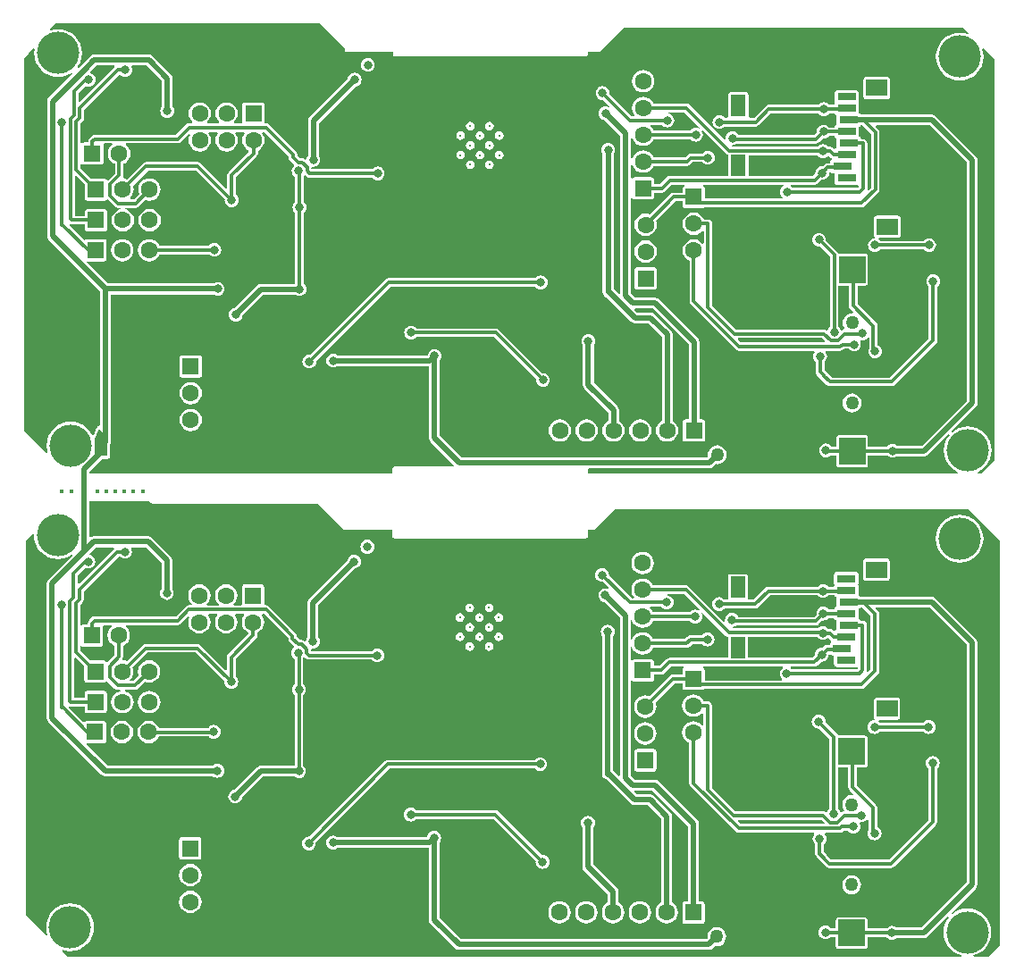
<source format=gbl>
G04*
G04 #@! TF.GenerationSoftware,Altium Limited,Altium Designer,21.2.1 (34)*
G04*
G04 Layer_Physical_Order=2*
G04 Layer_Color=16711680*
%FSTAX24Y24*%
%MOIN*%
G70*
G04*
G04 #@! TF.SameCoordinates,4836809B-9F31-4557-A587-2B421E0CA4AD*
G04*
G04*
G04 #@! TF.FilePolarity,Positive*
G04*
G01*
G75*
%ADD60C,0.0197*%
%ADD61C,0.0118*%
%ADD62R,0.0630X0.0630*%
%ADD63C,0.0630*%
%ADD64C,0.0118*%
%ADD65R,0.0630X0.0630*%
%ADD66C,0.0157*%
%ADD67C,0.1575*%
%ADD68C,0.0315*%
%ADD69C,0.0500*%
%ADD70R,0.0984X0.0984*%
%ADD71R,0.0551X0.0787*%
%ADD72R,0.0787X0.0630*%
%ADD73R,0.0709X0.0315*%
G36*
X025217Y063169D02*
Y063024D01*
X026988D01*
Y062965D01*
X026995Y062926D01*
X027017Y062893D01*
X027051Y062871D01*
X02709Y062863D01*
X034176D01*
X034215Y062871D01*
X034248Y062893D01*
X03427Y062926D01*
X034278Y062965D01*
Y063024D01*
X034705D01*
X03563Y063949D01*
Y063949D01*
X048252D01*
X048463Y063738D01*
X048437Y063693D01*
X04832Y063729D01*
X048146Y063746D01*
X047972Y063729D01*
X047804Y063678D01*
X04765Y063596D01*
X047515Y063485D01*
X047404Y06335D01*
X047322Y063196D01*
X047271Y063028D01*
X047254Y062854D01*
X047271Y06268D01*
X047322Y062513D01*
X047404Y062359D01*
X047515Y062224D01*
X04765Y062113D01*
X047804Y062031D01*
X047972Y06198D01*
X048146Y061963D01*
X04832Y06198D01*
X048487Y062031D01*
X048641Y062113D01*
X048776Y062224D01*
X048887Y062359D01*
X048969Y062513D01*
X04902Y06268D01*
X049037Y062854D01*
X04902Y063028D01*
X048985Y063145D01*
X049029Y063172D01*
X049445Y062756D01*
Y047803D01*
X048969Y047327D01*
Y047295D01*
X048809D01*
X048797Y047345D01*
X048936Y04742D01*
X049071Y047531D01*
X049182Y047666D01*
X049265Y04782D01*
X049316Y047987D01*
X049333Y048161D01*
X049316Y048335D01*
X049265Y048503D01*
X049182Y048657D01*
X049071Y048792D01*
X048936Y048903D01*
X048782Y048985D01*
X048615Y049036D01*
X048441Y049053D01*
X048267Y049036D01*
X0481Y048985D01*
X047946Y048903D01*
X047875Y048845D01*
X047841Y048882D01*
X048749Y04979D01*
X048793Y049856D01*
X048809Y049933D01*
Y058988D01*
X048793Y059066D01*
X048749Y059131D01*
X047249Y060631D01*
X047184Y060675D01*
X047106Y06069D01*
X044449D01*
X04443Y060718D01*
X044397Y06074D01*
X044378Y060744D01*
X044381Y060764D01*
Y061079D01*
X044374Y061118D01*
X04436Y061138D01*
X044374Y061158D01*
X044381Y061197D01*
Y061512D01*
X044374Y061551D01*
X044352Y061584D01*
X044319Y061606D01*
X04428Y061614D01*
X043571D01*
X043532Y061606D01*
X043499Y061584D01*
X043477Y061551D01*
X043469Y061512D01*
Y061197D01*
X043477Y061158D01*
X04349Y061138D01*
X043477Y061118D01*
X043469Y061079D01*
Y06106D01*
X043267D01*
X043251Y061081D01*
X043197Y061123D01*
X043134Y061148D01*
X043067Y061157D01*
X043Y061148D01*
X042937Y061123D01*
X042883Y061081D01*
X042867Y06106D01*
X041008D01*
X040946Y061047D01*
X040893Y061012D01*
X040456Y060576D01*
X040289D01*
X040256Y060626D01*
X040259Y060642D01*
Y061429D01*
X040252Y061468D01*
X04023Y061501D01*
X040196Y061523D01*
X040157Y061531D01*
X039606D01*
X039567Y061523D01*
X039534Y061501D01*
X039512Y061468D01*
X039504Y061429D01*
Y060642D01*
X039508Y060626D01*
X039475Y060576D01*
X039373D01*
X039357Y060597D01*
X039303Y060638D01*
X03924Y060664D01*
X039173Y060673D01*
X039106Y060664D01*
X039043Y060638D01*
X03899Y060597D01*
X038948Y060543D01*
X038922Y060481D01*
X038914Y060413D01*
X038922Y060346D01*
X038948Y060284D01*
X03899Y06023D01*
X039043Y060188D01*
X039106Y060163D01*
X039173Y060154D01*
X03924Y060163D01*
X039303Y060188D01*
X039357Y06023D01*
X039373Y060251D01*
X040524D01*
X040586Y060264D01*
X040638Y060299D01*
X041075Y060735D01*
X042867D01*
X042883Y060714D01*
X042937Y060673D01*
X043Y060647D01*
X043067Y060638D01*
X043134Y060647D01*
X043197Y060673D01*
X043251Y060714D01*
X043267Y060735D01*
X043475D01*
X043477Y060725D01*
X043499Y060692D01*
X043532Y06067D01*
X043552Y060666D01*
X043548Y060646D01*
Y060331D01*
X043552Y060311D01*
X043532Y060307D01*
X043499Y060285D01*
X043477Y060252D01*
X04347Y060217D01*
X043263D01*
X043247Y060239D01*
X043193Y06028D01*
X04313Y060306D01*
X043063Y060315D01*
X042996Y060306D01*
X042933Y06028D01*
X042879Y060239D01*
X042838Y060185D01*
X042812Y060122D01*
X042803Y060055D01*
X042807Y060028D01*
X042708Y05993D01*
X039891D01*
X039884Y059947D01*
X039843Y060001D01*
X039789Y060042D01*
X039727Y060068D01*
X039659Y060077D01*
X039592Y060068D01*
X03953Y060042D01*
X039476Y060001D01*
X039435Y059947D01*
X039409Y059884D01*
X0394Y059817D01*
X039404Y059781D01*
X039357Y059758D01*
X038061Y061054D01*
X038009Y061089D01*
X037947Y061101D01*
X036712D01*
X036693Y061149D01*
X036626Y061235D01*
X03654Y061302D01*
X036439Y061344D01*
X03633Y061358D01*
X036222Y061344D01*
X036121Y061302D01*
X036035Y061235D01*
X035968Y061149D01*
X035926Y061048D01*
X035912Y060939D01*
X035926Y060831D01*
X035968Y06073D01*
X036008Y060677D01*
X035984Y060627D01*
X035913D01*
X035073Y061467D01*
X035076Y061494D01*
X035068Y061562D01*
X035042Y061624D01*
X035Y061678D01*
X034947Y061719D01*
X034884Y061745D01*
X034817Y061754D01*
X03475Y061745D01*
X034687Y061719D01*
X034633Y061678D01*
X034592Y061624D01*
X034566Y061562D01*
X034557Y061494D01*
X034566Y061427D01*
X034592Y061364D01*
X034633Y061311D01*
X034687Y061269D01*
X03475Y061243D01*
X034817Y061235D01*
X034844Y061238D01*
X035069Y061013D01*
X035041Y06097D01*
X035Y060987D01*
X034933Y060996D01*
X034866Y060987D01*
X034803Y060961D01*
X034749Y06092D01*
X034708Y060866D01*
X034682Y060803D01*
X034673Y060736D01*
X034682Y060669D01*
X034708Y060606D01*
X034749Y060553D01*
X034803Y060511D01*
X034866Y060485D01*
X034903Y060481D01*
X035479Y059904D01*
Y05401D01*
X035433Y053991D01*
X035226Y054198D01*
Y059219D01*
X035249Y059248D01*
X035274Y059311D01*
X035283Y059378D01*
X035274Y059445D01*
X035249Y059508D01*
X035207Y059562D01*
X035153Y059603D01*
X035091Y059629D01*
X035024Y059638D01*
X034956Y059629D01*
X034894Y059603D01*
X03484Y059562D01*
X034799Y059508D01*
X034773Y059445D01*
X034764Y059378D01*
X034773Y059311D01*
X034799Y059248D01*
X034821Y059219D01*
Y054063D01*
X034837Y053986D01*
X034881Y05392D01*
X034946Y053876D01*
X034983Y053869D01*
X035884Y052967D01*
X03595Y052923D01*
X036028Y052908D01*
X036523D01*
X037026Y052404D01*
Y049271D01*
X037015Y049266D01*
X036928Y0492D01*
X036862Y049113D01*
X03682Y049012D01*
X036806Y048904D01*
X03682Y048796D01*
X036862Y048695D01*
X036928Y048608D01*
X037015Y048541D01*
X037116Y0485D01*
X037224Y048485D01*
X037333Y0485D01*
X037433Y048541D01*
X03752Y048608D01*
X037587Y048695D01*
X037628Y048796D01*
X037643Y048904D01*
X037628Y049012D01*
X037587Y049113D01*
X03752Y0492D01*
X037433Y049266D01*
X037431Y049267D01*
Y052488D01*
X037415Y052566D01*
X037371Y052631D01*
X036749Y053253D01*
X036684Y053297D01*
X036606Y053313D01*
X036111D01*
X036011Y053413D01*
X03603Y053459D01*
X036696D01*
X038026Y052129D01*
Y049321D01*
X037909D01*
X03787Y049313D01*
X037837Y049291D01*
X037815Y049258D01*
X037807Y049219D01*
Y048589D01*
X037815Y04855D01*
X037837Y048517D01*
X03787Y048495D01*
X037909Y048487D01*
X038539D01*
X038578Y048495D01*
X038611Y048517D01*
X038633Y04855D01*
X038641Y048589D01*
Y049219D01*
X038633Y049258D01*
X038611Y049291D01*
X038578Y049313D01*
X038539Y049321D01*
X038431D01*
Y052213D01*
X038415Y05229D01*
X038371Y052356D01*
X036923Y053804D01*
X036857Y053848D01*
X03678Y053864D01*
X036033D01*
X035883Y054013D01*
Y057552D01*
X035933Y057567D01*
X035943Y057552D01*
X035977Y05753D01*
X036016Y057522D01*
X036645D01*
X036684Y05753D01*
X036718Y057552D01*
X03674Y057585D01*
X036747Y057624D01*
Y057777D01*
X037034D01*
X037096Y057789D01*
X037148Y057825D01*
X037402Y058078D01*
X037865D01*
X03787Y058028D01*
X037866Y058027D01*
X037833Y058005D01*
X037811Y057972D01*
X037804Y057933D01*
Y05778D01*
X037462D01*
X0374Y057768D01*
X037347Y057733D01*
X03658Y056966D01*
X036533Y056985D01*
X036425Y057D01*
X036317Y056985D01*
X036216Y056943D01*
X036129Y056877D01*
X036063Y05679D01*
X036021Y056689D01*
X036006Y056581D01*
X036021Y056473D01*
X036063Y056372D01*
X036129Y056285D01*
X036216Y056219D01*
X036317Y056177D01*
X036425Y056162D01*
X036533Y056177D01*
X036634Y056219D01*
X036721Y056285D01*
X036787Y056372D01*
X036829Y056473D01*
X036844Y056581D01*
X036829Y056689D01*
X03681Y056736D01*
X037529Y057456D01*
X037804D01*
Y057303D01*
X037811Y057264D01*
X037833Y057231D01*
X037866Y057209D01*
X037906Y057201D01*
X038535D01*
X038574Y057209D01*
X038608Y057231D01*
X038611Y057236D01*
X044485D01*
X044547Y057248D01*
X044599Y057283D01*
X045107Y057791D01*
X045142Y057843D01*
X045154Y057906D01*
Y060035D01*
X045142Y060097D01*
X045107Y06015D01*
X045017Y06024D01*
X045036Y060286D01*
X047023D01*
X048404Y058904D01*
Y050017D01*
X046735Y048348D01*
X045793D01*
X045764Y048371D01*
X045701Y048397D01*
X045634Y048405D01*
X045567Y048397D01*
X045504Y048371D01*
X04545Y048329D01*
X045434Y048308D01*
X04472D01*
Y048624D01*
X044712Y048663D01*
X04469Y048696D01*
X044657Y048719D01*
X044618Y048726D01*
X043634D01*
X043595Y048719D01*
X043562Y048696D01*
X043539Y048663D01*
X043532Y048624D01*
Y048308D01*
X043366D01*
X043337Y048345D01*
X043283Y048386D01*
X043221Y048412D01*
X043154Y048421D01*
X043086Y048412D01*
X043024Y048386D01*
X04297Y048345D01*
X042929Y048291D01*
X042903Y048229D01*
X042894Y048161D01*
X042903Y048094D01*
X042929Y048032D01*
X04297Y047978D01*
X043024Y047937D01*
X043086Y047911D01*
X043154Y047902D01*
X043221Y047911D01*
X043283Y047937D01*
X043337Y047978D01*
X043342Y047983D01*
X043532D01*
Y04764D01*
X043539Y047601D01*
X043562Y047568D01*
X043595Y047546D01*
X043634Y047538D01*
X044618D01*
X044657Y047546D01*
X04469Y047568D01*
X044712Y047601D01*
X04472Y04764D01*
Y047983D01*
X045434D01*
X04545Y047962D01*
X045504Y047921D01*
X045567Y047895D01*
X045634Y047886D01*
X045701Y047895D01*
X045764Y047921D01*
X045793Y047943D01*
X046819D01*
X046896Y047959D01*
X046962Y048003D01*
X04772Y048761D01*
X047757Y048727D01*
X0477Y048657D01*
X047617Y048503D01*
X047566Y048335D01*
X047549Y048161D01*
X047566Y047987D01*
X047617Y04782D01*
X0477Y047666D01*
X04781Y047531D01*
X047946Y04742D01*
X048085Y047345D01*
X048073Y047295D01*
X034262D01*
Y047465D01*
X03429Y047498D01*
X038795D01*
X038873Y047514D01*
X038938Y047558D01*
X039035Y047655D01*
X039094Y047647D01*
X039186Y047659D01*
X039271Y047694D01*
X039344Y04775D01*
X0394Y047823D01*
X039435Y047909D01*
X039448Y048D01*
X039435Y048091D01*
X0394Y048177D01*
X039344Y04825D01*
X039271Y048306D01*
X039186Y048341D01*
X039094Y048353D01*
X039003Y048341D01*
X038918Y048306D01*
X038845Y04825D01*
X038789Y048177D01*
X038753Y048091D01*
X038741Y048D01*
X038749Y047941D01*
X038711Y047903D01*
X02956D01*
X028753Y04871D01*
Y051526D01*
X028776Y051555D01*
X028802Y051618D01*
X028811Y051685D01*
X028802Y051752D01*
X028776Y051815D01*
X028735Y051869D01*
X028681Y05191D01*
X028618Y051936D01*
X028551Y051945D01*
X028484Y051936D01*
X028421Y05191D01*
X028368Y051869D01*
X028326Y051815D01*
X0283Y051752D01*
X028295Y051715D01*
X028294Y051714D01*
X024931D01*
X024902Y051737D01*
X024839Y051763D01*
X024772Y051772D01*
X024704Y051763D01*
X024642Y051737D01*
X024588Y051695D01*
X024547Y051642D01*
X024521Y051579D01*
X024512Y051512D01*
X024521Y051445D01*
X024547Y051382D01*
X024588Y051328D01*
X024642Y051287D01*
X024704Y051261D01*
X024772Y051252D01*
X024839Y051261D01*
X024902Y051287D01*
X024931Y051309D01*
X028349D01*
Y048626D01*
X028364Y048549D01*
X028408Y048483D01*
X029278Y047613D01*
X029259Y047567D01*
X027074D01*
X027035Y047559D01*
X027002Y047537D01*
X02698Y047504D01*
X026972Y047465D01*
Y047295D01*
X01568D01*
Y047382D01*
X016007Y047709D01*
X016008Y047709D01*
X016041Y047731D01*
X01616Y047851D01*
X016346D01*
X016385Y047859D01*
X016419Y047881D01*
X016441Y047914D01*
X016448Y047953D01*
Y048392D01*
X016459Y048407D01*
X016474Y048484D01*
Y048724D01*
Y053983D01*
X020301D01*
X020331Y05396D01*
X020393Y053934D01*
X020461Y053925D01*
X020528Y053934D01*
X02059Y05396D01*
X020644Y054001D01*
X020686Y054055D01*
X020711Y054118D01*
X02072Y054185D01*
X020711Y054252D01*
X020686Y054315D01*
X020644Y054369D01*
X02059Y05441D01*
X020528Y054436D01*
X020461Y054445D01*
X020393Y054436D01*
X020331Y05441D01*
X020301Y054387D01*
X016355D01*
X015577Y055166D01*
X015581Y055187D01*
X015598Y055215D01*
X016216D01*
X016255Y055223D01*
X016288Y055245D01*
X016311Y055278D01*
X016318Y055317D01*
Y055947D01*
X016311Y055986D01*
X016288Y056019D01*
X016255Y056041D01*
X016216Y056049D01*
X015586D01*
X015547Y056041D01*
X015514Y056019D01*
X015467Y056015D01*
X014928Y056553D01*
X014953Y056599D01*
X015Y05659D01*
X015504D01*
Y056439D01*
X015512Y0564D01*
X015534Y056367D01*
X015567Y056345D01*
X015606Y056337D01*
X016236D01*
X016275Y056345D01*
X016308Y056367D01*
X01633Y0564D01*
X016338Y056439D01*
Y057069D01*
X01633Y057108D01*
X016308Y057141D01*
X016275Y057163D01*
X016236Y057171D01*
X015606D01*
X015567Y057163D01*
X015534Y057141D01*
X015512Y057108D01*
X015504Y057069D01*
Y056914D01*
X015128D01*
Y058388D01*
X015175Y058407D01*
X015496Y058085D01*
Y057581D01*
X015504Y057542D01*
X015526Y057509D01*
X015559Y057487D01*
X015598Y057479D01*
X016228D01*
X016267Y057487D01*
X0163Y057509D01*
X016302Y057512D01*
X016365Y05752D01*
X016625Y057259D01*
X016678Y057224D01*
X01674Y057212D01*
X016835D01*
X016838Y057162D01*
X016813Y057159D01*
X016712Y057117D01*
X016625Y05705D01*
X016559Y056964D01*
X016517Y056863D01*
X016503Y056754D01*
X016517Y056646D01*
X016559Y056545D01*
X016625Y056458D01*
X016712Y056392D01*
X016813Y05635D01*
X016921Y056336D01*
X017029Y05635D01*
X01713Y056392D01*
X017217Y056458D01*
X017284Y056545D01*
X017325Y056646D01*
X01734Y056754D01*
X017325Y056863D01*
X017284Y056964D01*
X017217Y05705D01*
X01713Y057117D01*
X017029Y057159D01*
X017004Y057162D01*
X017007Y057212D01*
X017398D01*
X01746Y057224D01*
X017512Y057259D01*
X017762Y057509D01*
X017805Y057492D01*
X017913Y057477D01*
X018022Y057492D01*
X018122Y057534D01*
X018209Y0576D01*
X018276Y057687D01*
X018317Y057788D01*
X018332Y057896D01*
X018317Y058004D01*
X018276Y058105D01*
X018209Y058192D01*
X018122Y058258D01*
X018022Y0583D01*
X017913Y058315D01*
X017805Y0583D01*
X017704Y058258D01*
X017617Y058192D01*
X017551Y058105D01*
X017509Y058004D01*
X017495Y057896D01*
X017509Y057788D01*
X01753Y057736D01*
X01733Y057536D01*
X017204D01*
X017188Y057584D01*
X017209Y0576D01*
X017276Y057687D01*
X017317Y057788D01*
X017332Y057896D01*
X017317Y058004D01*
X0173Y058047D01*
X017855Y058602D01*
X019649D01*
X020722Y057529D01*
X020719Y057502D01*
X020727Y057435D01*
X020753Y057372D01*
X020795Y057318D01*
X020848Y057277D01*
X020911Y057251D01*
X020978Y057242D01*
X021046Y057251D01*
X021108Y057277D01*
X021162Y057318D01*
X021203Y057372D01*
X021229Y057435D01*
X021238Y057502D01*
X021229Y057569D01*
X021203Y057632D01*
X021162Y057686D01*
X021141Y057702D01*
Y058364D01*
X02191Y059133D01*
X021945Y059186D01*
X021957Y059248D01*
Y05935D01*
X022Y059368D01*
X022087Y059435D01*
X022154Y059521D01*
X022195Y059622D01*
X02221Y059731D01*
X022195Y059839D01*
X022154Y05994D01*
X022113Y059992D01*
X022138Y060042D01*
X022205D01*
X023106Y059141D01*
Y05911D01*
X023118Y059048D01*
X023153Y058996D01*
X023313Y058836D01*
X023309Y058786D01*
X023289Y05877D01*
X023247Y058716D01*
X023222Y058654D01*
X023213Y058587D01*
X023222Y058519D01*
X023247Y058457D01*
X023289Y058403D01*
X023343Y058362D01*
X023346Y05836D01*
Y057425D01*
X023324Y057408D01*
X023283Y057354D01*
X023257Y057292D01*
X023248Y057224D01*
X023257Y057157D01*
X023283Y057095D01*
X023324Y057041D01*
X023346Y057024D01*
Y054383D01*
X022083D01*
X022005Y054368D01*
X02194Y054324D01*
X0211Y053484D01*
X021063Y053479D01*
X021Y053453D01*
X020946Y053412D01*
X020905Y053358D01*
X020879Y053296D01*
X02087Y053228D01*
X020879Y053161D01*
X020905Y053099D01*
X020946Y053045D01*
X021Y053003D01*
X021063Y052977D01*
X02113Y052969D01*
X021197Y052977D01*
X02126Y053003D01*
X021314Y053045D01*
X021355Y053099D01*
X021381Y053161D01*
X021386Y053198D01*
X022166Y053979D01*
X023349D01*
X023378Y053956D01*
X023441Y05393D01*
X023508Y053921D01*
X023575Y05393D01*
X023638Y053956D01*
X023692Y053997D01*
X023733Y054051D01*
X023759Y054114D01*
X023768Y054181D01*
X023759Y054248D01*
X023733Y054311D01*
X023692Y054365D01*
X02367Y054381D01*
Y057024D01*
X023692Y057041D01*
X023733Y057095D01*
X023759Y057157D01*
X023768Y057224D01*
X023759Y057292D01*
X023733Y057354D01*
X023692Y057408D01*
X02367Y057425D01*
Y058408D01*
X0237Y058425D01*
X023722Y058427D01*
X023769Y05838D01*
X023822Y058344D01*
X023884Y058332D01*
X026227D01*
X026243Y058311D01*
X026297Y058269D01*
X02636Y058243D01*
X026427Y058235D01*
X026494Y058243D01*
X026557Y058269D01*
X026611Y058311D01*
X026652Y058364D01*
X026678Y058427D01*
X026687Y058494D01*
X026678Y058562D01*
X026652Y058624D01*
X026611Y058678D01*
X026557Y058719D01*
X026494Y058745D01*
X026427Y058754D01*
X02636Y058745D01*
X026297Y058719D01*
X026243Y058678D01*
X026227Y058656D01*
X023958D01*
X023952Y058706D01*
X023975Y058734D01*
X023996Y058748D01*
X024028Y058744D01*
X024095Y058753D01*
X024157Y058779D01*
X024211Y05882D01*
X024252Y058874D01*
X024278Y058937D01*
X024287Y059004D01*
X024278Y059071D01*
X024252Y059134D01*
X02423Y059163D01*
Y060373D01*
X025596Y061739D01*
X025632Y061743D01*
X025695Y061769D01*
X025749Y061811D01*
X02579Y061864D01*
X025816Y061927D01*
X025825Y061994D01*
X025816Y062062D01*
X02579Y062124D01*
X025749Y062178D01*
X025695Y062219D01*
X025632Y062245D01*
X025565Y062254D01*
X025498Y062245D01*
X025435Y062219D01*
X025382Y062178D01*
X02534Y062124D01*
X025314Y062062D01*
X025309Y062025D01*
X023884Y0606D01*
X023841Y060534D01*
X023825Y060457D01*
Y059163D01*
X023803Y059134D01*
X023777Y059071D01*
X023772Y059035D01*
X023719Y059017D01*
X023718Y059018D01*
X023666Y059053D01*
X023604Y059065D01*
X023542D01*
X02343Y059177D01*
Y059209D01*
X023418Y059271D01*
X023382Y059323D01*
X022386Y060319D01*
X022334Y060354D01*
X022272Y060367D01*
X022249D01*
X022208Y060416D01*
Y061046D01*
X0222Y061085D01*
X022178Y061118D01*
X022145Y06114D01*
X022106Y061148D01*
X021476D01*
X021437Y06114D01*
X021404Y061118D01*
X021382Y061085D01*
X021374Y061046D01*
Y060416D01*
X021374Y060415D01*
X021335Y060365D01*
X021078D01*
X021061Y060415D01*
X021087Y060435D01*
X021154Y060521D01*
X021195Y060622D01*
X02121Y060731D01*
X021195Y060839D01*
X021154Y06094D01*
X021087Y061027D01*
X021Y061093D01*
X020899Y061135D01*
X020791Y061149D01*
X020683Y061135D01*
X020582Y061093D01*
X020495Y061027D01*
X020429Y06094D01*
X020387Y060839D01*
X020373Y060731D01*
X020387Y060622D01*
X020429Y060521D01*
X020495Y060435D01*
X020521Y060415D01*
X020504Y060365D01*
X020078D01*
X020061Y060415D01*
X020087Y060435D01*
X020154Y060521D01*
X020195Y060622D01*
X02021Y060731D01*
X020195Y060839D01*
X020154Y06094D01*
X020087Y061027D01*
X02Y061093D01*
X019899Y061135D01*
X019791Y061149D01*
X019683Y061135D01*
X019582Y061093D01*
X019495Y061027D01*
X019429Y06094D01*
X019387Y060839D01*
X019373Y060731D01*
X019387Y060622D01*
X019429Y060521D01*
X019495Y060435D01*
X019518Y060417D01*
X019501Y060367D01*
X019401D01*
X019339Y060354D01*
X019287Y060319D01*
X018913Y059946D01*
X015878D01*
X015816Y059933D01*
X015763Y059898D01*
X015673Y059808D01*
X015638Y059755D01*
X015625Y059693D01*
Y059655D01*
X015468D01*
X015429Y059648D01*
X015396Y059626D01*
X015346Y059641D01*
Y060371D01*
X015428Y060453D01*
X015463Y060505D01*
X015476Y060568D01*
Y06088D01*
X016774Y062178D01*
X016832Y062179D01*
X016886Y062137D01*
X016949Y062111D01*
X017016Y062102D01*
X017083Y062111D01*
X017146Y062137D01*
X017199Y062179D01*
X017241Y062232D01*
X017267Y062295D01*
X017275Y062362D01*
X017267Y062429D01*
X017246Y06248D01*
X017268Y06253D01*
X017806D01*
X018372Y061963D01*
Y060982D01*
X01835Y060953D01*
X018324Y06089D01*
X018315Y060823D01*
X018324Y060756D01*
X01835Y060693D01*
X018391Y060639D01*
X018445Y060598D01*
X018508Y060572D01*
X018575Y060563D01*
X018642Y060572D01*
X018705Y060598D01*
X018758Y060639D01*
X0188Y060693D01*
X018826Y060756D01*
X018835Y060823D01*
X018826Y06089D01*
X0188Y060953D01*
X018777Y060982D01*
Y062047D01*
X018762Y062125D01*
X018718Y06219D01*
X018033Y062875D01*
X017967Y062919D01*
X01789Y062935D01*
X01585D01*
X015773Y062919D01*
X015707Y062875D01*
X015264Y062432D01*
X015227Y062466D01*
X015249Y062493D01*
X015332Y062647D01*
X015382Y062814D01*
X0154Y062988D01*
X015382Y063162D01*
X015332Y063329D01*
X015249Y063484D01*
X015138Y063619D01*
X015003Y06373D01*
X014849Y063812D01*
X014682Y063863D01*
X014508Y06388D01*
X014334Y063863D01*
X014248Y063837D01*
X01422Y063881D01*
X014413Y064098D01*
X024287D01*
X025217Y063169D01*
D02*
G37*
G36*
X016618Y06248D02*
X016614Y062477D01*
X015304Y061167D01*
X015257Y061186D01*
Y061497D01*
X015524Y061764D01*
X015578Y061741D01*
X015646Y061732D01*
X015713Y061741D01*
X015776Y061767D01*
X015829Y061808D01*
X015871Y061862D01*
X015897Y061925D01*
X015905Y061992D01*
X015897Y062059D01*
X015871Y062122D01*
X015829Y062176D01*
X015776Y062217D01*
X015713Y062243D01*
X015711Y062243D01*
X015695Y062291D01*
X015934Y06253D01*
X016603D01*
X016618Y06248D01*
D02*
G37*
G36*
X038449Y060207D02*
X038425Y060166D01*
X038362Y060192D01*
X038295Y060201D01*
X038228Y060192D01*
X038165Y060166D01*
X038112Y060125D01*
X038095Y060103D01*
X036712D01*
X036693Y060149D01*
X036626Y060235D01*
X036594Y06026D01*
X036611Y06031D01*
X037028D01*
X037045Y060289D01*
X037098Y060248D01*
X037161Y060222D01*
X037228Y060213D01*
X037296Y060222D01*
X037358Y060248D01*
X037412Y060289D01*
X037453Y060343D01*
X037479Y060405D01*
X037488Y060472D01*
X037479Y06054D01*
X037453Y060602D01*
X037412Y060656D01*
X037358Y060697D01*
X037296Y060723D01*
X037267Y060727D01*
X03727Y060777D01*
X037879D01*
X038449Y060207D01*
D02*
G37*
G36*
X043477Y059859D02*
X043499Y059826D01*
X043532Y059803D01*
X043552Y0598D01*
X043548Y05978D01*
Y059465D01*
X043552Y059445D01*
X043532Y059441D01*
X043499Y059419D01*
X04345Y059414D01*
X043422Y059441D01*
X043369Y059477D01*
X043307Y059489D01*
X043251D01*
X043235Y05951D01*
X043181Y059552D01*
X043118Y059578D01*
X043051Y059586D01*
X042984Y059578D01*
X042921Y059552D01*
X042868Y05951D01*
X042864Y059506D01*
X039652D01*
X039651Y059508D01*
X039653Y05952D01*
X039678Y05956D01*
X039727Y059566D01*
X039789Y059592D01*
X039807Y059606D01*
X042776D01*
X042838Y059618D01*
X04289Y059653D01*
X043036Y059799D01*
X043063Y059795D01*
X04313Y059804D01*
X043193Y05983D01*
X043247Y059871D01*
X043263Y059893D01*
X04347D01*
X043477Y059859D01*
D02*
G37*
G36*
X039427Y059229D02*
X03948Y059194D01*
X039505Y059189D01*
X039504Y059185D01*
Y058402D01*
X037335D01*
X037273Y05839D01*
X03722Y058355D01*
X036967Y058101D01*
X036747D01*
Y058254D01*
X03674Y058293D01*
X036718Y058326D01*
X036684Y058348D01*
X036645Y058356D01*
X036016D01*
X035977Y058348D01*
X035943Y058326D01*
X035933Y058311D01*
X035883Y058327D01*
Y058804D01*
X035933Y058814D01*
X035968Y05873D01*
X036035Y058643D01*
X036121Y058577D01*
X036222Y058535D01*
X03633Y058521D01*
X036439Y058535D01*
X03654Y058577D01*
X036626Y058643D01*
X036693Y05873D01*
X036712Y058777D01*
X037963D01*
X038025Y058789D01*
X038078Y058825D01*
X038173Y058921D01*
X038548D01*
X038564Y058899D01*
X038618Y058858D01*
X038681Y058832D01*
X038748Y058823D01*
X038815Y058832D01*
X038878Y058858D01*
X038932Y058899D01*
X038973Y058953D01*
X038999Y059015D01*
X039008Y059083D01*
X038999Y05915D01*
X038973Y059213D01*
X038932Y059266D01*
X038878Y059308D01*
X038815Y059334D01*
X038748Y059342D01*
X038681Y059334D01*
X038618Y059308D01*
X038564Y059266D01*
X038548Y059245D01*
X038106D01*
X038044Y059233D01*
X037992Y059197D01*
X037896Y059101D01*
X036712D01*
X036693Y059149D01*
X036626Y059235D01*
X03654Y059302D01*
X036439Y059344D01*
X03633Y059358D01*
X036222Y059344D01*
X036121Y059302D01*
X036035Y059235D01*
X035968Y059149D01*
X035933Y059065D01*
X035883Y059075D01*
Y059804D01*
X035933Y059814D01*
X035968Y05973D01*
X036035Y059643D01*
X036121Y059577D01*
X036222Y059535D01*
X03633Y059521D01*
X036439Y059535D01*
X03654Y059577D01*
X036626Y059643D01*
X036693Y05973D01*
X036713Y059779D01*
X038095D01*
X038112Y059757D01*
X038165Y059716D01*
X038228Y05969D01*
X038295Y059681D01*
X038362Y05969D01*
X038425Y059716D01*
X038479Y059757D01*
X03852Y059811D01*
X038546Y059874D01*
X038555Y059941D01*
X038546Y060008D01*
X03852Y060071D01*
X038562Y060095D01*
X039427Y059229D01*
D02*
G37*
G36*
X021467Y05999D02*
X021429Y05994D01*
X021387Y059839D01*
X021373Y059731D01*
X021387Y059622D01*
X021429Y059521D01*
X021495Y059435D01*
X021582Y059368D01*
X021611Y059356D01*
X021619Y059301D01*
X020864Y058546D01*
X020829Y058493D01*
X020816Y058431D01*
Y057959D01*
X02077Y05794D01*
X019831Y058878D01*
X019779Y058914D01*
X019717Y058926D01*
X017787D01*
X017725Y058914D01*
X017673Y058878D01*
X017073Y058279D01*
X017021Y0583D01*
X016955Y058309D01*
X016931Y058363D01*
X016937Y058372D01*
X01695Y058434D01*
Y058858D01*
X016993Y058876D01*
X017079Y058943D01*
X017146Y059029D01*
X017188Y05913D01*
X017202Y059239D01*
X017188Y059347D01*
X017146Y059448D01*
X017079Y059534D01*
X017031Y059571D01*
X017048Y059621D01*
X01898D01*
X019042Y059634D01*
X019095Y059669D01*
X019381Y059954D01*
X019423Y059926D01*
X019387Y059839D01*
X019373Y059731D01*
X019387Y059622D01*
X019429Y059521D01*
X019495Y059435D01*
X019582Y059368D01*
X019683Y059326D01*
X019791Y059312D01*
X019899Y059326D01*
X02Y059368D01*
X020087Y059435D01*
X020154Y059521D01*
X020195Y059622D01*
X02021Y059731D01*
X020195Y059839D01*
X020154Y05994D01*
X020115Y05999D01*
X02014Y06004D01*
X020443D01*
X020467Y05999D01*
X020429Y05994D01*
X020387Y059839D01*
X020373Y059731D01*
X020387Y059622D01*
X020429Y059521D01*
X020495Y059435D01*
X020582Y059368D01*
X020683Y059326D01*
X020791Y059312D01*
X020899Y059326D01*
X021Y059368D01*
X021087Y059435D01*
X021154Y059521D01*
X021195Y059622D01*
X02121Y059731D01*
X021195Y059839D01*
X021154Y05994D01*
X021115Y05999D01*
X02114Y06004D01*
X021443D01*
X021467Y05999D01*
D02*
G37*
G36*
X016535Y059571D02*
X016487Y059534D01*
X016421Y059448D01*
X016379Y059347D01*
X016365Y059239D01*
X016379Y05913D01*
X016421Y059029D01*
X016487Y058943D01*
X016574Y058876D01*
X016625Y058855D01*
Y058501D01*
X016373Y058249D01*
X016358Y05825D01*
X016315Y058261D01*
X0163Y058283D01*
X016267Y058305D01*
X016228Y058313D01*
X015727D01*
X015346Y058694D01*
Y058836D01*
X015396Y058851D01*
X015429Y058829D01*
X015468Y058822D01*
X016098D01*
X016137Y058829D01*
X01617Y058851D01*
X016192Y058885D01*
X0162Y058924D01*
Y059553D01*
X016197Y059571D01*
X016229Y059621D01*
X016518D01*
X016535Y059571D01*
D02*
G37*
G36*
X042868Y059143D02*
X042921Y059102D01*
X042984Y059076D01*
X043051Y059067D01*
X043118Y059076D01*
X043181Y059102D01*
X043235Y059143D01*
X04326Y059145D01*
X04333Y059074D01*
X043361Y059054D01*
X043363Y059047D01*
X043358Y058997D01*
X043341Y058985D01*
X043319Y058952D01*
X043311Y058913D01*
Y058883D01*
X043213D01*
X043151Y05887D01*
X043098Y058835D01*
X043035Y058772D01*
X043008Y058776D01*
X042941Y058767D01*
X042878Y058741D01*
X042825Y0587D01*
X042783Y058646D01*
X042757Y058583D01*
X042748Y058516D01*
X042752Y058489D01*
X042664Y058401D01*
X040259D01*
Y059182D01*
X042838D01*
X042868Y059143D01*
D02*
G37*
G36*
X043341Y058526D02*
X043374Y058504D01*
X043413Y058496D01*
X043456D01*
X043469Y05848D01*
Y058165D01*
X043477Y058126D01*
X043499Y058093D01*
X043532Y058071D01*
X043571Y058063D01*
X04428D01*
X044319Y058071D01*
X044319Y058072D01*
X044364Y058048D01*
X044367Y058007D01*
X044331Y057969D01*
X041901D01*
X041884Y057991D01*
X041838Y058026D01*
X041841Y058054D01*
X041852Y058076D01*
X042731D01*
X042793Y058089D01*
X042845Y058124D01*
X042981Y05826D01*
X043008Y058256D01*
X043075Y058265D01*
X043138Y058291D01*
X043192Y058332D01*
X043233Y058386D01*
X043259Y058449D01*
X043268Y058516D01*
X043282Y058531D01*
X043341Y058526D01*
D02*
G37*
G36*
X04483Y059968D02*
Y057973D01*
X044733Y057876D01*
X044687Y057901D01*
X044694Y057933D01*
Y059622D01*
X044681Y059684D01*
X044646Y059737D01*
X044594Y059772D01*
X044531Y059784D01*
X044459D01*
X044452Y059819D01*
X04443Y059852D01*
X044397Y059874D01*
X044378Y059878D01*
X044381Y059898D01*
Y060213D01*
X044378Y060233D01*
X044397Y060237D01*
X04443Y060259D01*
X044449Y060286D01*
X044512D01*
X04483Y059968D01*
D02*
G37*
G36*
X03954Y058076D02*
X04155D01*
X041561Y058054D01*
X041564Y058026D01*
X041517Y057991D01*
X041476Y057937D01*
X04145Y057874D01*
X041441Y057807D01*
X04145Y05774D01*
X041476Y057677D01*
X041517Y057623D01*
X041534Y05761D01*
X041517Y05756D01*
X038637D01*
Y057933D01*
X03863Y057972D01*
X038608Y058005D01*
X038574Y058027D01*
X038571Y058028D01*
X038576Y058078D01*
X039532D01*
X03954Y058076D01*
D02*
G37*
G36*
X013631Y06314D02*
X013616Y062988D01*
X013633Y062814D01*
X013684Y062647D01*
X013766Y062493D01*
X013877Y062358D01*
X014012Y062247D01*
X014167Y062164D01*
X014334Y062114D01*
X014508Y062096D01*
X014682Y062114D01*
X014849Y062164D01*
X015003Y062247D01*
X01503Y062269D01*
X015064Y062232D01*
X014151Y061319D01*
X014107Y061253D01*
X014091Y061176D01*
Y056163D01*
X014107Y056086D01*
X014151Y05602D01*
X016069Y054101D01*
Y049123D01*
X01604Y049079D01*
X01604Y049078D01*
X01602Y049074D01*
X016001Y04907D01*
X016001Y04907D01*
X016001Y04907D01*
X015984Y049059D01*
X015968Y049048D01*
X015968Y049048D01*
X015968Y049048D01*
X015957Y049032D01*
X015946Y049015D01*
X015825Y048725D01*
X01577Y048722D01*
X015706Y048842D01*
X015595Y048977D01*
X01546Y049088D01*
X015306Y04917D01*
X015139Y049221D01*
X014965Y049238D01*
X014791Y049221D01*
X014623Y04917D01*
X014469Y049088D01*
X014334Y048977D01*
X014223Y048842D01*
X014141Y048688D01*
X01409Y04852D01*
X014073Y048346D01*
X01409Y048172D01*
X014117Y048084D01*
X014073Y048057D01*
X013248Y048882D01*
Y062783D01*
X013583Y063161D01*
X013631Y06314D01*
D02*
G37*
G36*
X016346Y048669D02*
Y047953D01*
X016118D01*
X015969Y047803D01*
X015878Y047894D01*
Y048587D01*
X01604Y048976D01*
X016346Y048669D01*
D02*
G37*
G36*
X016603Y0445D02*
X016598Y044497D01*
X015288Y043187D01*
X015242Y043206D01*
Y043516D01*
X015509Y043783D01*
X015563Y043761D01*
X01563Y043752D01*
X015697Y043761D01*
X01576Y043787D01*
X015814Y043828D01*
X015855Y043882D01*
X015881Y043945D01*
X01589Y044012D01*
X015881Y044079D01*
X015855Y044142D01*
X015814Y044195D01*
X01576Y044237D01*
X015697Y044263D01*
X015695Y044263D01*
X015679Y04431D01*
X015918Y04455D01*
X016587D01*
X016603Y0445D01*
D02*
G37*
G36*
X017935Y046227D02*
X017985Y046193D01*
X018043Y046182D01*
X024212D01*
X025185Y045209D01*
X026972D01*
Y044985D01*
X02698Y044946D01*
X027002Y044913D01*
X027035Y044891D01*
X027074Y044883D01*
X03416D01*
X034199Y044891D01*
X034233Y044913D01*
X034255Y044946D01*
X034262Y044985D01*
Y045209D01*
X034528D01*
X035272Y045953D01*
Y045961D01*
X035295Y045984D01*
X048461D01*
X049642Y044803D01*
Y029709D01*
X049205Y029272D01*
X048656D01*
X048649Y029322D01*
X048766Y029357D01*
X048921Y02944D01*
X049056Y029551D01*
X049167Y029686D01*
X049249Y02984D01*
X0493Y030007D01*
X049317Y030181D01*
X0493Y030355D01*
X049249Y030522D01*
X049167Y030677D01*
X049056Y030812D01*
X048921Y030923D01*
X048766Y031005D01*
X048599Y031056D01*
X048425Y031073D01*
X048251Y031056D01*
X048084Y031005D01*
X04793Y030923D01*
X047859Y030865D01*
X047826Y030902D01*
X048734Y03181D01*
X048777Y031875D01*
X048793Y031953D01*
Y041008D01*
X048777Y041085D01*
X048734Y041151D01*
X047234Y042651D01*
X047168Y042695D01*
X047091Y04271D01*
X044433D01*
X044415Y042737D01*
X044382Y04276D01*
X044362Y042763D01*
X044366Y042783D01*
Y043098D01*
X044358Y043137D01*
X044345Y043157D01*
X044358Y043178D01*
X044366Y043217D01*
Y043531D01*
X044358Y043571D01*
X044336Y043604D01*
X044303Y043626D01*
X044264Y043633D01*
X043555D01*
X043516Y043626D01*
X043483Y043604D01*
X043461Y043571D01*
X043453Y043531D01*
Y043217D01*
X043461Y043178D01*
X043474Y043157D01*
X043461Y043137D01*
X043453Y043098D01*
Y043079D01*
X043251D01*
X043235Y043101D01*
X043181Y043142D01*
X043118Y043168D01*
X043051Y043177D01*
X042984Y043168D01*
X042921Y043142D01*
X042868Y043101D01*
X042851Y043079D01*
X040992D01*
X04093Y043067D01*
X040877Y043032D01*
X040441Y042595D01*
X040273D01*
X04024Y042645D01*
X040244Y042661D01*
Y043449D01*
X040236Y043488D01*
X040214Y043521D01*
X040181Y043543D01*
X040142Y043551D01*
X039591D01*
X039552Y043543D01*
X039518Y043521D01*
X039496Y043488D01*
X039489Y043449D01*
Y042661D01*
X039492Y042645D01*
X039459Y042595D01*
X039358D01*
X039341Y042617D01*
X039287Y042658D01*
X039225Y042684D01*
X039157Y042693D01*
X03909Y042684D01*
X039028Y042658D01*
X038974Y042617D01*
X038933Y042563D01*
X038907Y0425D01*
X038898Y042433D01*
X038907Y042366D01*
X038933Y042303D01*
X038974Y042249D01*
X039028Y042208D01*
X03909Y042182D01*
X039157Y042173D01*
X039225Y042182D01*
X039287Y042208D01*
X039341Y042249D01*
X039358Y042271D01*
X040508D01*
X04057Y042283D01*
X040623Y042318D01*
X041059Y042755D01*
X042851D01*
X042868Y042734D01*
X042921Y042692D01*
X042984Y042666D01*
X043051Y042658D01*
X043118Y042666D01*
X043181Y042692D01*
X043235Y042734D01*
X043251Y042755D01*
X043459D01*
X043461Y042744D01*
X043483Y042711D01*
X043516Y042689D01*
X043536Y042685D01*
X043532Y042665D01*
Y04235D01*
X043536Y04233D01*
X043516Y042326D01*
X043483Y042304D01*
X043461Y042271D01*
X043454Y042237D01*
X043247D01*
X043231Y042258D01*
X043177Y0423D01*
X043114Y042326D01*
X043047Y042334D01*
X04298Y042326D01*
X042917Y0423D01*
X042864Y042258D01*
X042822Y042205D01*
X042796Y042142D01*
X042788Y042075D01*
X042791Y042048D01*
X042693Y04195D01*
X039876D01*
X039869Y041966D01*
X039827Y04202D01*
X039774Y042062D01*
X039711Y042087D01*
X039644Y042096D01*
X039576Y042087D01*
X039514Y042062D01*
X03946Y04202D01*
X039419Y041966D01*
X039393Y041904D01*
X039384Y041837D01*
X039389Y041801D01*
X039341Y041778D01*
X038045Y043074D01*
X037993Y043109D01*
X037931Y043121D01*
X036697D01*
X036677Y043168D01*
X036611Y043255D01*
X036524Y043321D01*
X036423Y043363D01*
X036315Y043378D01*
X036206Y043363D01*
X036105Y043321D01*
X036019Y043255D01*
X035952Y043168D01*
X03591Y043067D01*
X035896Y042959D01*
X03591Y042851D01*
X035952Y04275D01*
X035993Y042697D01*
X035968Y042647D01*
X035897D01*
X035057Y043487D01*
X035061Y043514D01*
X035052Y043581D01*
X035026Y043644D01*
X034985Y043698D01*
X034931Y043739D01*
X034868Y043765D01*
X034801Y043774D01*
X034734Y043765D01*
X034671Y043739D01*
X034617Y043698D01*
X034576Y043644D01*
X03455Y043581D01*
X034541Y043514D01*
X03455Y043447D01*
X034576Y043384D01*
X034617Y04333D01*
X034671Y043289D01*
X034734Y043263D01*
X034801Y043254D01*
X034828Y043258D01*
X035053Y043032D01*
X035025Y04299D01*
X034985Y043007D01*
X034917Y043016D01*
X03485Y043007D01*
X034787Y042981D01*
X034734Y04294D01*
X034692Y042886D01*
X034666Y042823D01*
X034658Y042756D01*
X034666Y042689D01*
X034692Y042626D01*
X034734Y042572D01*
X034787Y042531D01*
X03485Y042505D01*
X034887Y0425D01*
X035463Y041924D01*
Y03603D01*
X035417Y036011D01*
X03521Y036218D01*
Y041238D01*
X035233Y041268D01*
X035259Y04133D01*
X035268Y041398D01*
X035259Y041465D01*
X035233Y041527D01*
X035192Y041581D01*
X035138Y041623D01*
X035075Y041648D01*
X035008Y041657D01*
X034941Y041648D01*
X034878Y041623D01*
X034824Y041581D01*
X034783Y041527D01*
X034757Y041465D01*
X034748Y041398D01*
X034757Y04133D01*
X034783Y041268D01*
X034806Y041238D01*
Y036083D01*
X034821Y036005D01*
X034865Y03594D01*
X03493Y035896D01*
X034967Y035888D01*
X035869Y034987D01*
X035934Y034943D01*
X036012Y034928D01*
X036507D01*
X03701Y034424D01*
Y031291D01*
X036999Y031286D01*
X036912Y031219D01*
X036846Y031133D01*
X036804Y031032D01*
X03679Y030924D01*
X036804Y030815D01*
X036846Y030714D01*
X036912Y030628D01*
X036999Y030561D01*
X0371Y030519D01*
X037208Y030505D01*
X037317Y030519D01*
X037418Y030561D01*
X037504Y030628D01*
X037571Y030714D01*
X037613Y030815D01*
X037627Y030924D01*
X037613Y031032D01*
X037571Y031133D01*
X037504Y031219D01*
X037418Y031286D01*
X037415Y031287D01*
Y034508D01*
X0374Y034585D01*
X037356Y034651D01*
X036734Y035273D01*
X036668Y035317D01*
X036591Y035332D01*
X036096D01*
X035995Y035433D01*
X036014Y035479D01*
X03668D01*
X03801Y034148D01*
Y03134D01*
X037893D01*
X037854Y031333D01*
X037821Y031311D01*
X037799Y031278D01*
X037792Y031238D01*
Y030609D01*
X037799Y03057D01*
X037821Y030536D01*
X037854Y030514D01*
X037893Y030507D01*
X038523D01*
X038562Y030514D01*
X038595Y030536D01*
X038618Y03057D01*
X038625Y030609D01*
Y031238D01*
X038618Y031278D01*
X038595Y031311D01*
X038562Y031333D01*
X038523Y03134D01*
X038415D01*
Y034232D01*
X0384Y03431D01*
X038356Y034375D01*
X036907Y035824D01*
X036841Y035868D01*
X036764Y035883D01*
X036017D01*
X035868Y036033D01*
Y039572D01*
X035918Y039587D01*
X035928Y039572D01*
X035961Y03955D01*
X036Y039542D01*
X03663D01*
X036669Y03955D01*
X036702Y039572D01*
X036724Y039605D01*
X036732Y039644D01*
Y039797D01*
X037018D01*
X03708Y039809D01*
X037133Y039844D01*
X037386Y040098D01*
X037849D01*
X037854Y040048D01*
X037851Y040047D01*
X037818Y040025D01*
X037796Y039992D01*
X037788Y039953D01*
Y0398D01*
X037446D01*
X037384Y039788D01*
X037332Y039752D01*
X036565Y038985D01*
X036518Y039005D01*
X036409Y039019D01*
X036301Y039005D01*
X0362Y038963D01*
X036113Y038897D01*
X036047Y03881D01*
X036005Y038709D01*
X035991Y038601D01*
X036005Y038492D01*
X036047Y038391D01*
X036113Y038305D01*
X0362Y038238D01*
X036301Y038196D01*
X036409Y038182D01*
X036518Y038196D01*
X036619Y038238D01*
X036705Y038305D01*
X036772Y038391D01*
X036814Y038492D01*
X036828Y038601D01*
X036814Y038709D01*
X036794Y038756D01*
X037513Y039476D01*
X037788D01*
Y039323D01*
X037796Y039284D01*
X037818Y039251D01*
X037851Y039229D01*
X03789Y039221D01*
X03852D01*
X038559Y039229D01*
X038592Y039251D01*
X038595Y039256D01*
X044469D01*
X044531Y039268D01*
X044584Y039303D01*
X045091Y039811D01*
X045126Y039863D01*
X045139Y039925D01*
Y042055D01*
X045126Y042117D01*
X045091Y04217D01*
X045001Y042259D01*
X045021Y042306D01*
X047007D01*
X048388Y040924D01*
Y032037D01*
X046719Y030368D01*
X045777D01*
X045748Y03039D01*
X045685Y030416D01*
X045618Y030425D01*
X045551Y030416D01*
X045488Y03039D01*
X045434Y030349D01*
X045418Y030328D01*
X044704D01*
Y030644D01*
X044696Y030683D01*
X044674Y030716D01*
X044641Y030738D01*
X044602Y030746D01*
X043618D01*
X043579Y030738D01*
X043546Y030716D01*
X043524Y030683D01*
X043516Y030644D01*
Y030328D01*
X04335D01*
X043321Y030365D01*
X043268Y030406D01*
X043205Y030432D01*
X043138Y030441D01*
X043071Y030432D01*
X043008Y030406D01*
X042954Y030365D01*
X042913Y030311D01*
X042887Y030248D01*
X042878Y030181D01*
X042887Y030114D01*
X042913Y030051D01*
X042954Y029997D01*
X043008Y029956D01*
X043071Y02993D01*
X043138Y029921D01*
X043205Y02993D01*
X043268Y029956D01*
X043321Y029997D01*
X043326Y030003D01*
X043516D01*
Y02966D01*
X043524Y029621D01*
X043546Y029588D01*
X043579Y029566D01*
X043618Y029558D01*
X044602D01*
X044641Y029566D01*
X044674Y029588D01*
X044696Y029621D01*
X044704Y02966D01*
Y030003D01*
X045418D01*
X045434Y029982D01*
X045488Y02994D01*
X045551Y029915D01*
X045618Y029906D01*
X045685Y029915D01*
X045748Y02994D01*
X045777Y029963D01*
X046803D01*
X046881Y029978D01*
X046946Y030022D01*
X047705Y030781D01*
X047742Y030747D01*
X047684Y030677D01*
X047601Y030522D01*
X047551Y030355D01*
X047533Y030181D01*
X047551Y030007D01*
X047601Y02984D01*
X047684Y029686D01*
X047795Y029551D01*
X04793Y02944D01*
X048084Y029357D01*
X048201Y029322D01*
X048194Y029272D01*
X014862D01*
X01466Y029474D01*
X014686Y029519D01*
X014775Y029492D01*
X014949Y029474D01*
X015123Y029492D01*
X01529Y029542D01*
X015444Y029625D01*
X015579Y029736D01*
X01569Y029871D01*
X015773Y030025D01*
X015823Y030192D01*
X015841Y030366D01*
X015823Y03054D01*
X015773Y030707D01*
X01569Y030862D01*
X015579Y030997D01*
X015444Y031108D01*
X01529Y03119D01*
X015123Y031241D01*
X014949Y031258D01*
X014775Y031241D01*
X014608Y03119D01*
X014453Y031108D01*
X014318Y030997D01*
X014207Y030862D01*
X014125Y030707D01*
X014074Y03054D01*
X014057Y030366D01*
X014074Y030192D01*
X014101Y030103D01*
X014057Y030077D01*
X013307Y030827D01*
Y044791D01*
X013558Y045064D01*
X013604Y045043D01*
X0136Y045008D01*
X013618Y044834D01*
X013668Y044667D01*
X013751Y044512D01*
X013862Y044377D01*
X013997Y044266D01*
X014151Y044184D01*
X014318Y044133D01*
X014492Y044116D01*
X014666Y044133D01*
X014833Y044184D01*
X014988Y044266D01*
X015014Y044288D01*
X015048Y044251D01*
X014135Y043338D01*
X014091Y043273D01*
X014076Y043195D01*
Y038183D01*
X014091Y038105D01*
X014135Y03804D01*
X016113Y036062D01*
X016178Y036018D01*
X016256Y036002D01*
X020286D01*
X020315Y03598D01*
X020378Y035954D01*
X020445Y035945D01*
X020512Y035954D01*
X020575Y03598D01*
X020629Y036021D01*
X02067Y036075D01*
X020696Y036138D01*
X020705Y036205D01*
X020696Y036272D01*
X02067Y036335D01*
X020629Y036388D01*
X020575Y03643D01*
X020512Y036456D01*
X020445Y036464D01*
X020378Y036456D01*
X020315Y03643D01*
X020286Y036407D01*
X01634D01*
X015561Y037186D01*
X015565Y037207D01*
X015582Y037235D01*
X016201D01*
X01624Y037243D01*
X016273Y037265D01*
X016295Y037298D01*
X016303Y037337D01*
Y037967D01*
X016295Y038006D01*
X016273Y038039D01*
X01624Y038061D01*
X016201Y038069D01*
X015571D01*
X015532Y038061D01*
X015499Y038039D01*
X015451Y038034D01*
X014912Y038573D01*
X014937Y038619D01*
X014984Y038609D01*
X015488D01*
Y038459D01*
X015496Y03842D01*
X015518Y038387D01*
X015551Y038365D01*
X01559Y038357D01*
X01622D01*
X016259Y038365D01*
X016292Y038387D01*
X016314Y03842D01*
X016322Y038459D01*
Y039089D01*
X016314Y039128D01*
X016292Y039161D01*
X016259Y039183D01*
X01622Y039191D01*
X01559D01*
X015551Y039183D01*
X015518Y039161D01*
X015496Y039128D01*
X015488Y039089D01*
Y038934D01*
X015113D01*
Y040408D01*
X015159Y040427D01*
X015481Y040105D01*
Y039601D01*
X015488Y039562D01*
X01551Y039529D01*
X015543Y039506D01*
X015582Y039499D01*
X016212D01*
X016251Y039506D01*
X016284Y039529D01*
X016286Y039532D01*
X016349Y039539D01*
X01661Y039279D01*
X016662Y039244D01*
X016724Y039232D01*
X016819D01*
X016822Y039182D01*
X016797Y039178D01*
X016696Y039136D01*
X016609Y03907D01*
X016543Y038983D01*
X016501Y038882D01*
X016487Y038774D01*
X016501Y038666D01*
X016543Y038565D01*
X016609Y038478D01*
X016696Y038411D01*
X016797Y03837D01*
X016905Y038355D01*
X017014Y03837D01*
X017115Y038411D01*
X017201Y038478D01*
X017268Y038565D01*
X01731Y038666D01*
X017324Y038774D01*
X01731Y038882D01*
X017268Y038983D01*
X017201Y03907D01*
X017115Y039136D01*
X017014Y039178D01*
X016988Y039182D01*
X016992Y039232D01*
X017382D01*
X017444Y039244D01*
X017497Y039279D01*
X017747Y039529D01*
X017789Y039511D01*
X017897Y039497D01*
X018006Y039511D01*
X018107Y039553D01*
X018193Y03962D01*
X01826Y039706D01*
X018302Y039807D01*
X018316Y039916D01*
X018302Y040024D01*
X01826Y040125D01*
X018193Y040212D01*
X018107Y040278D01*
X018006Y04032D01*
X017897Y040334D01*
X017789Y04032D01*
X017688Y040278D01*
X017601Y040212D01*
X017535Y040125D01*
X017493Y040024D01*
X017479Y039916D01*
X017493Y039807D01*
X017515Y039756D01*
X017315Y039556D01*
X017188D01*
X017172Y039603D01*
X017193Y03962D01*
X01726Y039706D01*
X017302Y039807D01*
X017316Y039916D01*
X017302Y040024D01*
X017284Y040067D01*
X017839Y040621D01*
X019634D01*
X020706Y039548D01*
X020703Y039522D01*
X020712Y039454D01*
X020738Y039392D01*
X020779Y039338D01*
X020833Y039297D01*
X020895Y039271D01*
X020963Y039262D01*
X02103Y039271D01*
X021092Y039297D01*
X021146Y039338D01*
X021188Y039392D01*
X021213Y039454D01*
X021222Y039522D01*
X021213Y039589D01*
X021188Y039652D01*
X021146Y039705D01*
X021125Y039722D01*
Y040384D01*
X021894Y041153D01*
X021929Y041206D01*
X021942Y041268D01*
Y04137D01*
X021985Y041388D01*
X022071Y041454D01*
X022138Y041541D01*
X02218Y041642D01*
X022194Y04175D01*
X02218Y041859D01*
X022138Y04196D01*
X022097Y042012D01*
X022122Y042062D01*
X022189D01*
X02309Y041161D01*
Y04113D01*
X023102Y041068D01*
X023137Y041015D01*
X023297Y040856D01*
X023294Y040806D01*
X023273Y04079D01*
X023232Y040736D01*
X023206Y040673D01*
X023197Y040606D01*
X023206Y040539D01*
X023232Y040476D01*
X023273Y040423D01*
X023327Y040381D01*
X02333Y04038D01*
Y039444D01*
X023308Y039428D01*
X023267Y039374D01*
X023241Y039311D01*
X023232Y039244D01*
X023241Y039177D01*
X023267Y039114D01*
X023308Y03906D01*
X02333Y039044D01*
Y036403D01*
X022067D01*
X02199Y036388D01*
X021924Y036344D01*
X021084Y035504D01*
X021047Y035499D01*
X020984Y035473D01*
X020931Y035432D01*
X020889Y035378D01*
X020863Y035315D01*
X020854Y035248D01*
X020863Y035181D01*
X020889Y035118D01*
X020931Y035064D01*
X020984Y035023D01*
X021047Y034997D01*
X021114Y034988D01*
X021181Y034997D01*
X021244Y035023D01*
X021298Y035064D01*
X021339Y035118D01*
X021365Y035181D01*
X02137Y035218D01*
X022151Y035998D01*
X023333D01*
X023362Y035976D01*
X023425Y03595D01*
X023492Y035941D01*
X023559Y03595D01*
X023622Y035976D01*
X023676Y036017D01*
X023717Y036071D01*
X023743Y036134D01*
X023752Y036201D01*
X023743Y036268D01*
X023717Y036331D01*
X023676Y036384D01*
X023654Y036401D01*
Y039044D01*
X023676Y03906D01*
X023717Y039114D01*
X023743Y039177D01*
X023752Y039244D01*
X023743Y039311D01*
X023717Y039374D01*
X023676Y039428D01*
X023654Y039444D01*
Y040428D01*
X023685Y040445D01*
X023706Y040447D01*
X023753Y040399D01*
X023806Y040364D01*
X023868Y040352D01*
X026211D01*
X026228Y04033D01*
X026281Y040289D01*
X026344Y040263D01*
X026411Y040254D01*
X026478Y040263D01*
X026541Y040289D01*
X026595Y04033D01*
X026636Y040384D01*
X026662Y040447D01*
X026671Y040514D01*
X026662Y040581D01*
X026636Y040644D01*
X026595Y040698D01*
X026541Y040739D01*
X026478Y040765D01*
X026411Y040774D01*
X026344Y040765D01*
X026281Y040739D01*
X026228Y040698D01*
X026211Y040676D01*
X023942D01*
X023937Y040726D01*
X02396Y040754D01*
X02398Y040768D01*
X024012Y040764D01*
X024079Y040773D01*
X024142Y040799D01*
X024195Y04084D01*
X024237Y040894D01*
X024263Y040956D01*
X024272Y041024D01*
X024263Y041091D01*
X024237Y041153D01*
X024214Y041183D01*
Y042393D01*
X02558Y043758D01*
X025617Y043763D01*
X025679Y043789D01*
X025733Y04383D01*
X025774Y043884D01*
X0258Y043947D01*
X025809Y044014D01*
X0258Y044081D01*
X025774Y044144D01*
X025733Y044198D01*
X025679Y044239D01*
X025617Y044265D01*
X025549Y044274D01*
X025482Y044265D01*
X02542Y044239D01*
X025366Y044198D01*
X025324Y044144D01*
X025299Y044081D01*
X025294Y044044D01*
X023869Y042619D01*
X023825Y042554D01*
X023809Y042476D01*
Y041183D01*
X023787Y041153D01*
X023761Y041091D01*
X023756Y041054D01*
X023703Y041036D01*
X023702Y041037D01*
X02365Y041073D01*
X023588Y041085D01*
X023526D01*
X023414Y041197D01*
Y041228D01*
X023402Y04129D01*
X023367Y041343D01*
X022371Y042339D01*
X022318Y042374D01*
X022256Y042386D01*
X022234D01*
X022192Y042435D01*
Y043065D01*
X022185Y043104D01*
X022162Y043137D01*
X022129Y043159D01*
X02209Y043167D01*
X02146D01*
X021421Y043159D01*
X021388Y043137D01*
X021366Y043104D01*
X021358Y043065D01*
Y042435D01*
X021359Y042434D01*
X021319Y042384D01*
X021062D01*
X021045Y042434D01*
X021071Y042454D01*
X021138Y042541D01*
X02118Y042642D01*
X021194Y04275D01*
X02118Y042859D01*
X021138Y04296D01*
X021071Y043046D01*
X020985Y043113D01*
X020884Y043155D01*
X020775Y043169D01*
X020667Y043155D01*
X020566Y043113D01*
X020479Y043046D01*
X020413Y04296D01*
X020371Y042859D01*
X020357Y04275D01*
X020371Y042642D01*
X020413Y042541D01*
X020479Y042454D01*
X020506Y042434D01*
X020489Y042384D01*
X020062D01*
X020045Y042434D01*
X020071Y042454D01*
X020138Y042541D01*
X02018Y042642D01*
X020194Y04275D01*
X02018Y042859D01*
X020138Y04296D01*
X020071Y043046D01*
X019985Y043113D01*
X019884Y043155D01*
X019775Y043169D01*
X019667Y043155D01*
X019566Y043113D01*
X019479Y043046D01*
X019413Y04296D01*
X019371Y042859D01*
X019357Y04275D01*
X019371Y042642D01*
X019413Y042541D01*
X019479Y042454D01*
X019503Y042436D01*
X019486Y042386D01*
X019386D01*
X019324Y042374D01*
X019271Y042339D01*
X018897Y041965D01*
X015862D01*
X0158Y041953D01*
X015748Y041918D01*
X015657Y041827D01*
X015622Y041775D01*
X015609Y041713D01*
Y041675D01*
X015453D01*
X015414Y041667D01*
X01538Y041645D01*
X015331Y041661D01*
Y042391D01*
X015412Y042473D01*
X015447Y042525D01*
X01546Y042587D01*
Y0429D01*
X016758Y044198D01*
X016816Y044198D01*
X01687Y044157D01*
X016933Y044131D01*
X017Y044122D01*
X017067Y044131D01*
X01713Y044157D01*
X017184Y044198D01*
X017225Y044252D01*
X017251Y044315D01*
X01726Y044382D01*
X017251Y044449D01*
X01723Y0445D01*
X017252Y04455D01*
X01779D01*
X018357Y043983D01*
Y043002D01*
X018334Y042972D01*
X018308Y04291D01*
X018299Y042843D01*
X018308Y042775D01*
X018334Y042713D01*
X018375Y042659D01*
X018429Y042618D01*
X018492Y042592D01*
X018559Y042583D01*
X018626Y042592D01*
X018689Y042618D01*
X018743Y042659D01*
X018784Y042713D01*
X01881Y042775D01*
X018819Y042843D01*
X01881Y04291D01*
X018784Y042972D01*
X018761Y043002D01*
Y044067D01*
X018746Y044144D01*
X018702Y04421D01*
X018017Y044895D01*
X017951Y044939D01*
X017874Y044954D01*
X015835D01*
X015757Y044939D01*
X01573Y044921D01*
X01568Y044948D01*
Y046252D01*
X01791D01*
X017935Y046227D01*
D02*
G37*
G36*
X038434Y042227D02*
X038409Y042186D01*
X038347Y042211D01*
X03828Y04222D01*
X038212Y042211D01*
X03815Y042186D01*
X038096Y042144D01*
X038079Y042123D01*
X036696D01*
X036677Y042168D01*
X036611Y042255D01*
X036578Y04228D01*
X036595Y04233D01*
X037012D01*
X037029Y042308D01*
X037083Y042267D01*
X037145Y042241D01*
X037213Y042232D01*
X03728Y042241D01*
X037342Y042267D01*
X037396Y042308D01*
X037438Y042362D01*
X037463Y042425D01*
X037472Y042492D01*
X037463Y042559D01*
X037438Y042622D01*
X037396Y042676D01*
X037342Y042717D01*
X03728Y042743D01*
X037251Y042747D01*
X037254Y042797D01*
X037864D01*
X038434Y042227D01*
D02*
G37*
G36*
X043461Y041878D02*
X043483Y041845D01*
X043516Y041823D01*
X043536Y041819D01*
X043532Y041799D01*
Y041484D01*
X043536Y041464D01*
X043516Y04146D01*
X043483Y041438D01*
X043434Y041433D01*
X043406Y041461D01*
X043353Y041496D01*
X043291Y041509D01*
X043236D01*
X043219Y04153D01*
X043165Y041571D01*
X043103Y041597D01*
X043035Y041606D01*
X042968Y041597D01*
X042906Y041571D01*
X042852Y04153D01*
X042849Y041526D01*
X039637D01*
X039636Y041528D01*
X039638Y04154D01*
X039662Y041579D01*
X039711Y041586D01*
X039774Y041612D01*
X039791Y041625D01*
X04276D01*
X042822Y041638D01*
X042875Y041673D01*
X04302Y041819D01*
X043047Y041815D01*
X043114Y041824D01*
X043177Y04185D01*
X043231Y041891D01*
X043247Y041913D01*
X043454D01*
X043461Y041878D01*
D02*
G37*
G36*
X039411Y041249D02*
X039464Y041214D01*
X039489Y041209D01*
X039489Y041205D01*
Y040422D01*
X037319D01*
X037257Y04041D01*
X037204Y040375D01*
X036951Y040121D01*
X036732D01*
Y040274D01*
X036724Y040313D01*
X036702Y040346D01*
X036669Y040368D01*
X03663Y040376D01*
X036D01*
X035961Y040368D01*
X035928Y040346D01*
X035918Y040331D01*
X035868Y040346D01*
Y040823D01*
X035918Y040833D01*
X035952Y04075D01*
X036019Y040663D01*
X036105Y040596D01*
X036206Y040555D01*
X036315Y04054D01*
X036423Y040555D01*
X036524Y040596D01*
X036611Y040663D01*
X036677Y04075D01*
X036697Y040797D01*
X037947D01*
X038009Y040809D01*
X038062Y040844D01*
X038158Y04094D01*
X038532D01*
X038549Y040919D01*
X038602Y040877D01*
X038665Y040852D01*
X038732Y040843D01*
X0388Y040852D01*
X038862Y040877D01*
X038916Y040919D01*
X038957Y040973D01*
X038983Y041035D01*
X038992Y041102D01*
X038983Y04117D01*
X038957Y041232D01*
X038916Y041286D01*
X038862Y041327D01*
X0388Y041353D01*
X038732Y041362D01*
X038665Y041353D01*
X038602Y041327D01*
X038549Y041286D01*
X038532Y041265D01*
X038091D01*
X038028Y041252D01*
X037976Y041217D01*
X03788Y041121D01*
X036697D01*
X036677Y041168D01*
X036611Y041255D01*
X036524Y041321D01*
X036423Y041363D01*
X036315Y041378D01*
X036206Y041363D01*
X036105Y041321D01*
X036019Y041255D01*
X035952Y041168D01*
X035918Y041085D01*
X035868Y041095D01*
Y041823D01*
X035918Y041833D01*
X035952Y04175D01*
X036019Y041663D01*
X036105Y041596D01*
X036206Y041555D01*
X036315Y04154D01*
X036423Y041555D01*
X036524Y041596D01*
X036611Y041663D01*
X036677Y04175D01*
X036697Y041798D01*
X038079D01*
X038096Y041777D01*
X03815Y041736D01*
X038212Y04171D01*
X03828Y041701D01*
X038347Y04171D01*
X038409Y041736D01*
X038463Y041777D01*
X038504Y041831D01*
X03853Y041893D01*
X038539Y041961D01*
X03853Y042028D01*
X038504Y04209D01*
X038546Y042115D01*
X039411Y041249D01*
D02*
G37*
G36*
X021452Y04201D02*
X021413Y04196D01*
X021371Y041859D01*
X021357Y04175D01*
X021371Y041642D01*
X021413Y041541D01*
X021479Y041454D01*
X021566Y041388D01*
X021595Y041376D01*
X021603Y04132D01*
X020848Y040565D01*
X020813Y040513D01*
X0208Y040451D01*
Y039978D01*
X020754Y039959D01*
X019815Y040898D01*
X019763Y040933D01*
X019701Y040946D01*
X017772D01*
X01771Y040933D01*
X017657Y040898D01*
X017057Y040299D01*
X017006Y04032D01*
X016939Y040329D01*
X016915Y040382D01*
X016921Y040392D01*
X016934Y040454D01*
Y040878D01*
X016977Y040896D01*
X017063Y040962D01*
X01713Y041049D01*
X017172Y04115D01*
X017186Y041258D01*
X017172Y041367D01*
X01713Y041467D01*
X017063Y041554D01*
X017015Y041591D01*
X017032Y041641D01*
X018965D01*
X019027Y041653D01*
X019079Y041688D01*
X019365Y041974D01*
X019407Y041946D01*
X019371Y041859D01*
X019357Y04175D01*
X019371Y041642D01*
X019413Y041541D01*
X019479Y041454D01*
X019566Y041388D01*
X019667Y041346D01*
X019775Y041332D01*
X019884Y041346D01*
X019985Y041388D01*
X020071Y041454D01*
X020138Y041541D01*
X02018Y041642D01*
X020194Y04175D01*
X02018Y041859D01*
X020138Y04196D01*
X020099Y04201D01*
X020124Y04206D01*
X020427D01*
X020452Y04201D01*
X020413Y04196D01*
X020371Y041859D01*
X020357Y04175D01*
X020371Y041642D01*
X020413Y041541D01*
X020479Y041454D01*
X020566Y041388D01*
X020667Y041346D01*
X020775Y041332D01*
X020884Y041346D01*
X020985Y041388D01*
X021071Y041454D01*
X021138Y041541D01*
X02118Y041642D01*
X021194Y04175D01*
X02118Y041859D01*
X021138Y04196D01*
X021099Y04201D01*
X021124Y04206D01*
X021427D01*
X021452Y04201D01*
D02*
G37*
G36*
X01652Y041591D02*
X016472Y041554D01*
X016405Y041467D01*
X016363Y041367D01*
X016349Y041258D01*
X016363Y04115D01*
X016405Y041049D01*
X016472Y040962D01*
X016558Y040896D01*
X016609Y040874D01*
Y040521D01*
X016358Y040269D01*
X016342Y040269D01*
X016299Y040281D01*
X016284Y040303D01*
X016251Y040325D01*
X016212Y040333D01*
X015712D01*
X015331Y040714D01*
Y040856D01*
X01538Y040871D01*
X015414Y040849D01*
X015453Y040841D01*
X016082D01*
X016121Y040849D01*
X016155Y040871D01*
X016177Y040904D01*
X016184Y040943D01*
Y041573D01*
X016181Y041591D01*
X016213Y041641D01*
X016503D01*
X01652Y041591D01*
D02*
G37*
G36*
X042852Y041163D02*
X042906Y041122D01*
X042968Y041096D01*
X043035Y041087D01*
X043103Y041096D01*
X043165Y041122D01*
X043219Y041163D01*
X043244Y041164D01*
X043314Y041094D01*
X043345Y041074D01*
X043347Y041067D01*
X043343Y041017D01*
X043326Y041005D01*
X043303Y040972D01*
X043296Y040933D01*
Y040902D01*
X043197D01*
X043135Y04089D01*
X043082Y040855D01*
X043019Y040792D01*
X042992Y040795D01*
X042925Y040787D01*
X042863Y040761D01*
X042809Y040719D01*
X042768Y040666D01*
X042742Y040603D01*
X042733Y040536D01*
X042736Y040509D01*
X042648Y04042D01*
X040244D01*
Y041202D01*
X042822D01*
X042852Y041163D01*
D02*
G37*
G36*
X043326Y040546D02*
X043359Y040524D01*
X043398Y040516D01*
X04344D01*
X043453Y0405D01*
Y040185D01*
X043461Y040146D01*
X043483Y040113D01*
X043516Y040091D01*
X043555Y040083D01*
X044264D01*
X044303Y040091D01*
X044304Y040091D01*
X044348Y040068D01*
X044351Y040027D01*
X044315Y039989D01*
X041885D01*
X041869Y04001D01*
X041822Y040046D01*
X041825Y040073D01*
X041836Y040096D01*
X042715D01*
X042777Y040108D01*
X04283Y040144D01*
X042966Y04028D01*
X042992Y040276D01*
X04306Y040285D01*
X043122Y040311D01*
X043176Y040352D01*
X043217Y040406D01*
X043243Y040469D01*
X043252Y040536D01*
X043267Y040551D01*
X043326Y040546D01*
D02*
G37*
G36*
X044814Y041988D02*
Y039992D01*
X044718Y039896D01*
X044671Y03992D01*
X044678Y039953D01*
Y041642D01*
X044666Y041704D01*
X04463Y041756D01*
X044578Y041792D01*
X044516Y041804D01*
X044444D01*
X044437Y041838D01*
X044415Y041871D01*
X044382Y041893D01*
X044362Y041897D01*
X044366Y041917D01*
Y042232D01*
X044362Y042252D01*
X044382Y042256D01*
X044415Y042278D01*
X044433Y042306D01*
X044497D01*
X044814Y041988D01*
D02*
G37*
G36*
X039525Y040096D02*
X041534D01*
X041545Y040073D01*
X041548Y040046D01*
X041501Y04001D01*
X04146Y039957D01*
X041434Y039894D01*
X041425Y039827D01*
X041434Y03976D01*
X04146Y039697D01*
X041501Y039643D01*
X041519Y03963D01*
X041502Y03958D01*
X038622D01*
Y039953D01*
X038614Y039992D01*
X038592Y040025D01*
X038559Y040047D01*
X038555Y040048D01*
X03856Y040098D01*
X039517D01*
X039525Y040096D01*
D02*
G37*
%LPC*%
G36*
X026059Y062807D02*
X025992Y062798D01*
X025929Y062772D01*
X025875Y062731D01*
X025834Y062677D01*
X025808Y062614D01*
X025799Y062547D01*
X025808Y06248D01*
X025834Y062417D01*
X025875Y062364D01*
X025929Y062322D01*
X025992Y062296D01*
X026059Y062288D01*
X026126Y062296D01*
X026189Y062322D01*
X026243Y062364D01*
X026284Y062417D01*
X02631Y06248D01*
X026319Y062547D01*
X02631Y062614D01*
X026284Y062677D01*
X026243Y062731D01*
X026189Y062772D01*
X026126Y062798D01*
X026059Y062807D01*
D02*
G37*
G36*
X03633Y062358D02*
X036222Y062344D01*
X036121Y062302D01*
X036035Y062235D01*
X035968Y062149D01*
X035926Y062048D01*
X035912Y061939D01*
X035926Y061831D01*
X035968Y06173D01*
X036035Y061643D01*
X036121Y061577D01*
X036222Y061535D01*
X03633Y061521D01*
X036439Y061535D01*
X03654Y061577D01*
X036626Y061643D01*
X036693Y06173D01*
X036735Y061831D01*
X036749Y061939D01*
X036735Y062048D01*
X036693Y062149D01*
X036626Y062235D01*
X03654Y062302D01*
X036439Y062344D01*
X03633Y062358D01*
D02*
G37*
G36*
X045441Y06211D02*
X044654D01*
X044615Y062102D01*
X044581Y06208D01*
X044559Y062047D01*
X044552Y062008D01*
Y061378D01*
X044559Y061339D01*
X044581Y061306D01*
X044615Y061284D01*
X044654Y061276D01*
X045441D01*
X04548Y061284D01*
X045513Y061306D01*
X045535Y061339D01*
X045543Y061378D01*
Y062008D01*
X045535Y062047D01*
X045513Y06208D01*
X04548Y062102D01*
X045441Y06211D01*
D02*
G37*
G36*
X0306Y060428D02*
X030538Y060416D01*
X030486Y060381D01*
X030451Y060328D01*
X030438Y060266D01*
X030451Y060204D01*
X030486Y060152D01*
X030538Y060116D01*
X0306Y060104D01*
X030662Y060116D01*
X030715Y060152D01*
X03075Y060204D01*
X030763Y060266D01*
X03075Y060328D01*
X030715Y060381D01*
X030662Y060416D01*
X0306Y060428D01*
D02*
G37*
G36*
X029878D02*
X029816Y060416D01*
X029763Y060381D01*
X029728Y060328D01*
X029716Y060266D01*
X029728Y060204D01*
X029763Y060152D01*
X029816Y060116D01*
X029878Y060104D01*
X02994Y060116D01*
X029993Y060152D01*
X030028Y060204D01*
X03004Y060266D01*
X030028Y060328D01*
X029993Y060381D01*
X02994Y060416D01*
X029878Y060428D01*
D02*
G37*
G36*
X030962Y060067D02*
X0309Y060055D01*
X030847Y06002D01*
X030812Y059967D01*
X030799Y059905D01*
X030812Y059843D01*
X030847Y05979D01*
X0309Y059755D01*
X030962Y059743D01*
X031024Y059755D01*
X031076Y05979D01*
X031111Y059843D01*
X031124Y059905D01*
X031111Y059967D01*
X031076Y06002D01*
X031024Y060055D01*
X030962Y060067D01*
D02*
G37*
G36*
X030239D02*
X030177Y060055D01*
X030124Y06002D01*
X030089Y059967D01*
X030077Y059905D01*
X030089Y059843D01*
X030124Y05979D01*
X030177Y059755D01*
X030239Y059743D01*
X030301Y059755D01*
X030354Y05979D01*
X030389Y059843D01*
X030401Y059905D01*
X030389Y059967D01*
X030354Y06002D01*
X030301Y060055D01*
X030239Y060067D01*
D02*
G37*
G36*
X029517D02*
X029455Y060055D01*
X029402Y06002D01*
X029367Y059967D01*
X029355Y059905D01*
X029367Y059843D01*
X029402Y05979D01*
X029455Y059755D01*
X029517Y059743D01*
X029579Y059755D01*
X029631Y05979D01*
X029667Y059843D01*
X029679Y059905D01*
X029667Y059967D01*
X029631Y06002D01*
X029579Y060055D01*
X029517Y060067D01*
D02*
G37*
G36*
X0306Y059706D02*
X030538Y059694D01*
X030486Y059658D01*
X030451Y059606D01*
X030438Y059544D01*
X030451Y059482D01*
X030486Y059429D01*
X030538Y059394D01*
X0306Y059382D01*
X030662Y059394D01*
X030715Y059429D01*
X03075Y059482D01*
X030763Y059544D01*
X03075Y059606D01*
X030715Y059658D01*
X030662Y059694D01*
X0306Y059706D01*
D02*
G37*
G36*
X029878D02*
X029816Y059694D01*
X029763Y059658D01*
X029728Y059606D01*
X029716Y059544D01*
X029728Y059482D01*
X029763Y059429D01*
X029816Y059394D01*
X029878Y059382D01*
X02994Y059394D01*
X029993Y059429D01*
X030028Y059482D01*
X03004Y059544D01*
X030028Y059606D01*
X029993Y059658D01*
X02994Y059694D01*
X029878Y059706D01*
D02*
G37*
G36*
X030962Y059345D02*
X0309Y059332D01*
X030847Y059297D01*
X030812Y059245D01*
X030799Y059183D01*
X030812Y059121D01*
X030847Y059068D01*
X0309Y059033D01*
X030962Y05902D01*
X031024Y059033D01*
X031076Y059068D01*
X031111Y059121D01*
X031124Y059183D01*
X031111Y059245D01*
X031076Y059297D01*
X031024Y059332D01*
X030962Y059345D01*
D02*
G37*
G36*
X030239D02*
X030177Y059332D01*
X030124Y059297D01*
X030089Y059245D01*
X030077Y059183D01*
X030089Y059121D01*
X030124Y059068D01*
X030177Y059033D01*
X030239Y05902D01*
X030301Y059033D01*
X030354Y059068D01*
X030389Y059121D01*
X030401Y059183D01*
X030389Y059245D01*
X030354Y059297D01*
X030301Y059332D01*
X030239Y059345D01*
D02*
G37*
G36*
X029517D02*
X029455Y059332D01*
X029402Y059297D01*
X029367Y059245D01*
X029355Y059183D01*
X029367Y059121D01*
X029402Y059068D01*
X029455Y059033D01*
X029517Y05902D01*
X029579Y059033D01*
X029631Y059068D01*
X029667Y059121D01*
X029679Y059183D01*
X029667Y059245D01*
X029631Y059297D01*
X029579Y059332D01*
X029517Y059345D01*
D02*
G37*
G36*
X0306Y058984D02*
X030538Y058971D01*
X030486Y058936D01*
X030451Y058883D01*
X030438Y058821D01*
X030451Y058759D01*
X030486Y058707D01*
X030538Y058672D01*
X0306Y058659D01*
X030662Y058672D01*
X030715Y058707D01*
X03075Y058759D01*
X030763Y058821D01*
X03075Y058883D01*
X030715Y058936D01*
X030662Y058971D01*
X0306Y058984D01*
D02*
G37*
G36*
X029878D02*
X029816Y058971D01*
X029763Y058936D01*
X029728Y058883D01*
X029716Y058821D01*
X029728Y058759D01*
X029763Y058707D01*
X029816Y058672D01*
X029878Y058659D01*
X02994Y058672D01*
X029993Y058707D01*
X030028Y058759D01*
X03004Y058821D01*
X030028Y058883D01*
X029993Y058936D01*
X02994Y058971D01*
X029878Y058984D01*
D02*
G37*
G36*
X017921Y057173D02*
X017813Y057159D01*
X017712Y057117D01*
X017625Y05705D01*
X017559Y056964D01*
X017517Y056863D01*
X017503Y056754D01*
X017517Y056646D01*
X017559Y056545D01*
X017625Y056458D01*
X017712Y056392D01*
X017813Y05635D01*
X017921Y056336D01*
X018029Y05635D01*
X01813Y056392D01*
X018217Y056458D01*
X018284Y056545D01*
X018325Y056646D01*
X01834Y056754D01*
X018325Y056863D01*
X018284Y056964D01*
X018217Y05705D01*
X01813Y057117D01*
X018029Y057159D01*
X017921Y057173D01*
D02*
G37*
G36*
X03822Y057037D02*
X038112Y057022D01*
X038011Y056981D01*
X037925Y056914D01*
X037858Y056827D01*
X037816Y056726D01*
X037802Y056618D01*
X037816Y05651D01*
X037858Y056409D01*
X037925Y056322D01*
X038011Y056256D01*
X038112Y056214D01*
X03822Y0562D01*
X038329Y056214D01*
X03843Y056256D01*
X038516Y056322D01*
X03854Y056353D01*
X03859Y056336D01*
Y055901D01*
X03854Y055884D01*
X038516Y055914D01*
X03843Y055981D01*
X038329Y056022D01*
X03822Y056037D01*
X038112Y056022D01*
X038011Y055981D01*
X037925Y055914D01*
X037858Y055827D01*
X037816Y055726D01*
X037802Y055618D01*
X037816Y05551D01*
X037858Y055409D01*
X037925Y055322D01*
X038011Y055256D01*
X038058Y055236D01*
Y05372D01*
X038071Y053658D01*
X038106Y053606D01*
X03979Y051921D01*
X039843Y051886D01*
X039905Y051874D01*
X042705D01*
X042729Y051824D01*
X042704Y051791D01*
X042678Y051729D01*
X042669Y051661D01*
X042678Y051594D01*
X042704Y051532D01*
X042745Y051478D01*
X042767Y051461D01*
Y051094D01*
X042779Y051032D01*
X042814Y05098D01*
X042946Y050848D01*
X042954Y050836D01*
X043185Y050606D01*
X043237Y050571D01*
X043299Y050558D01*
X045598D01*
X04566Y050571D01*
X045713Y050606D01*
X047264Y052157D01*
X047299Y05221D01*
X047312Y052272D01*
Y054276D01*
X047333Y054293D01*
X047375Y054347D01*
X0474Y054409D01*
X047409Y054476D01*
X0474Y054544D01*
X047375Y054606D01*
X047333Y05466D01*
X047279Y054701D01*
X047217Y054727D01*
X04715Y054736D01*
X047082Y054727D01*
X04702Y054701D01*
X046966Y05466D01*
X046925Y054606D01*
X046899Y054544D01*
X04689Y054476D01*
X046899Y054409D01*
X046925Y054347D01*
X046966Y054293D01*
X046987Y054276D01*
Y052339D01*
X045531Y050883D01*
X043366D01*
X043193Y051056D01*
X043186Y051067D01*
X043186Y051067D01*
X043091Y051162D01*
Y051461D01*
X043113Y051478D01*
X043154Y051532D01*
X04318Y051594D01*
X043189Y051661D01*
X04318Y051729D01*
X043154Y051791D01*
X043129Y051824D01*
X043154Y051874D01*
X043678D01*
X04374Y051886D01*
X043793Y051921D01*
X043823Y051952D01*
X043993D01*
X044009Y05193D01*
X044063Y051889D01*
X044126Y051863D01*
X044193Y051854D01*
X04426Y051863D01*
X044323Y051889D01*
X044376Y05193D01*
X044418Y051984D01*
X044444Y052047D01*
X044452Y052114D01*
X044444Y052181D01*
X044424Y052228D01*
X044448Y052266D01*
X044458Y052273D01*
X0445Y052268D01*
X044567Y052277D01*
X04463Y052303D01*
X044684Y052344D01*
X044705Y052371D01*
X044755Y052354D01*
Y051966D01*
X044735Y05192D01*
X044727Y051852D01*
X044735Y051785D01*
X044761Y051723D01*
X044803Y051669D01*
X044856Y051627D01*
X044919Y051602D01*
X044986Y051593D01*
X045053Y051602D01*
X045116Y051627D01*
X04517Y051669D01*
X045211Y051723D01*
X045237Y051785D01*
X045246Y051852D01*
X045237Y05192D01*
X045211Y051982D01*
X04517Y052036D01*
X045116Y052077D01*
X045079Y052093D01*
Y052812D01*
X045067Y052874D01*
X045031Y052926D01*
X044324Y053634D01*
Y05431D01*
X044618D01*
X044657Y054318D01*
X04469Y05434D01*
X044712Y054373D01*
X04472Y054412D01*
Y055396D01*
X044712Y055435D01*
X04469Y055468D01*
X044657Y05549D01*
X044618Y055498D01*
X043634D01*
X043611Y055493D01*
X043606Y055515D01*
X043571Y055568D01*
X043146Y055993D01*
X043149Y05602D01*
X043141Y056087D01*
X043115Y05615D01*
X043073Y056203D01*
X04302Y056245D01*
X042957Y056271D01*
X04289Y056279D01*
X042823Y056271D01*
X04276Y056245D01*
X042706Y056203D01*
X042665Y05615D01*
X042639Y056087D01*
X04263Y05602D01*
X042639Y055952D01*
X042665Y05589D01*
X042706Y055836D01*
X04276Y055795D01*
X042823Y055769D01*
X04289Y05576D01*
X042917Y055764D01*
X043294Y055386D01*
Y052771D01*
X043273Y052754D01*
X043232Y052701D01*
X043216Y052663D01*
X04321Y052658D01*
X043163Y052644D01*
X043157Y052645D01*
X043126Y052666D01*
X043064Y052678D01*
X039801D01*
X038914Y053565D01*
Y056618D01*
X038902Y05668D01*
X038867Y056733D01*
X038814Y056768D01*
X038752Y05678D01*
X038602D01*
X038583Y056827D01*
X038516Y056914D01*
X03843Y056981D01*
X038329Y057022D01*
X03822Y057037D01*
D02*
G37*
G36*
X045835Y056925D02*
X045047D01*
X045008Y056917D01*
X044975Y056895D01*
X044953Y056862D01*
X044945Y056823D01*
Y056193D01*
X044953Y056154D01*
X04497Y056128D01*
X044963Y056097D01*
X044953Y056075D01*
X044911Y05607D01*
X044848Y056044D01*
X044795Y056003D01*
X044753Y055949D01*
X044727Y055886D01*
X044719Y055819D01*
X044727Y055752D01*
X044753Y055689D01*
X044795Y055635D01*
X044848Y055594D01*
X044911Y055568D01*
X044978Y055559D01*
X045046Y055568D01*
X045108Y055594D01*
X045162Y055635D01*
X045178Y055657D01*
X046796D01*
X046812Y055635D01*
X046866Y055594D01*
X046929Y055568D01*
X046996Y055559D01*
X047063Y055568D01*
X047126Y055594D01*
X04718Y055635D01*
X047221Y055689D01*
X047247Y055752D01*
X047256Y055819D01*
X047247Y055886D01*
X047221Y055949D01*
X04718Y056003D01*
X047126Y056044D01*
X047063Y05607D01*
X046996Y056079D01*
X046929Y05607D01*
X046866Y056044D01*
X046812Y056003D01*
X046796Y055981D01*
X045178D01*
X045162Y056003D01*
X045112Y056041D01*
X045112Y056046D01*
X045143Y056091D01*
X045835D01*
X045874Y056099D01*
X045907Y056121D01*
X045929Y056154D01*
X045937Y056193D01*
Y056823D01*
X045929Y056862D01*
X045907Y056895D01*
X045874Y056917D01*
X045835Y056925D01*
D02*
G37*
G36*
X017901Y056051D02*
X017793Y056036D01*
X017692Y055995D01*
X017605Y055928D01*
X017539Y055841D01*
X017497Y055741D01*
X017483Y055632D01*
X017497Y055524D01*
X017539Y055423D01*
X017605Y055336D01*
X017692Y05527D01*
X017793Y055228D01*
X017901Y055214D01*
X01801Y055228D01*
X018111Y05527D01*
X018197Y055336D01*
X018264Y055423D01*
X018282Y055468D01*
X020143D01*
X020147Y055462D01*
X020201Y055421D01*
X020263Y055395D01*
X020331Y055386D01*
X020398Y055395D01*
X020461Y055421D01*
X020514Y055462D01*
X020556Y055516D01*
X020582Y055578D01*
X02059Y055646D01*
X020582Y055713D01*
X020556Y055776D01*
X020514Y055829D01*
X020461Y055871D01*
X020398Y055897D01*
X020331Y055905D01*
X020263Y055897D01*
X020201Y055871D01*
X020147Y055829D01*
X020119Y055792D01*
X018284D01*
X018264Y055841D01*
X018197Y055928D01*
X018111Y055995D01*
X01801Y056036D01*
X017901Y056051D01*
D02*
G37*
G36*
X016901D02*
X016793Y056036D01*
X016692Y055995D01*
X016605Y055928D01*
X016539Y055841D01*
X016497Y055741D01*
X016483Y055632D01*
X016497Y055524D01*
X016539Y055423D01*
X016605Y055336D01*
X016692Y05527D01*
X016793Y055228D01*
X016901Y055214D01*
X01701Y055228D01*
X017111Y05527D01*
X017197Y055336D01*
X017264Y055423D01*
X017306Y055524D01*
X01732Y055632D01*
X017306Y055741D01*
X017264Y055841D01*
X017197Y055928D01*
X017111Y055995D01*
X01701Y056036D01*
X016901Y056051D01*
D02*
G37*
G36*
X036425Y056D02*
X036317Y055985D01*
X036216Y055943D01*
X036129Y055877D01*
X036063Y05579D01*
X036021Y055689D01*
X036006Y055581D01*
X036021Y055473D01*
X036063Y055372D01*
X036129Y055285D01*
X036216Y055219D01*
X036317Y055177D01*
X036425Y055162D01*
X036533Y055177D01*
X036634Y055219D01*
X036721Y055285D01*
X036787Y055372D01*
X036829Y055473D01*
X036844Y055581D01*
X036829Y055689D01*
X036787Y05579D01*
X036721Y055877D01*
X036634Y055943D01*
X036533Y055985D01*
X036425Y056D01*
D02*
G37*
G36*
X032504Y054693D02*
X032437Y054684D01*
X032374Y054658D01*
X03232Y054617D01*
X032304Y054595D01*
X026827D01*
X026765Y054583D01*
X026712Y054548D01*
X023901Y051736D01*
X023874Y05174D01*
X023807Y051731D01*
X023744Y051705D01*
X02369Y051664D01*
X023649Y05161D01*
X023623Y051548D01*
X023614Y05148D01*
X023623Y051413D01*
X023649Y05135D01*
X02369Y051297D01*
X023744Y051255D01*
X023807Y051229D01*
X023874Y051221D01*
X023941Y051229D01*
X024004Y051255D01*
X024058Y051297D01*
X024099Y05135D01*
X024125Y051413D01*
X024134Y05148D01*
X02413Y051507D01*
X026894Y054271D01*
X032304D01*
X03232Y054249D01*
X032374Y054208D01*
X032437Y054182D01*
X032504Y054173D01*
X032571Y054182D01*
X032634Y054208D01*
X032688Y054249D01*
X032729Y054303D01*
X032755Y054366D01*
X032764Y054433D01*
X032755Y0545D01*
X032729Y054563D01*
X032688Y054617D01*
X032634Y054658D01*
X032571Y054684D01*
X032504Y054693D01*
D02*
G37*
G36*
X03674Y054998D02*
X03611D01*
X036071Y05499D01*
X036038Y054968D01*
X036016Y054935D01*
X036008Y054896D01*
Y054266D01*
X036016Y054227D01*
X036038Y054194D01*
X036071Y054172D01*
X03611Y054164D01*
X03674D01*
X036779Y054172D01*
X036812Y054194D01*
X036834Y054227D01*
X036842Y054266D01*
Y054896D01*
X036834Y054935D01*
X036812Y054968D01*
X036779Y05499D01*
X03674Y054998D01*
D02*
G37*
G36*
X019768Y051714D02*
X019138D01*
X019099Y051707D01*
X019065Y051685D01*
X019043Y051652D01*
X019036Y051613D01*
Y050983D01*
X019043Y050944D01*
X019065Y050911D01*
X019099Y050888D01*
X019138Y050881D01*
X019768D01*
X019807Y050888D01*
X01984Y050911D01*
X019862Y050944D01*
X019869Y050983D01*
Y051613D01*
X019862Y051652D01*
X01984Y051685D01*
X019807Y051707D01*
X019768Y051714D01*
D02*
G37*
G36*
X027677Y052815D02*
X02761Y052806D01*
X027547Y05278D01*
X027494Y052739D01*
X027452Y052685D01*
X027426Y052622D01*
X027417Y052555D01*
X027426Y052488D01*
X027452Y052425D01*
X027494Y052371D01*
X027547Y05233D01*
X02761Y052304D01*
X027677Y052295D01*
X027744Y052304D01*
X027807Y05233D01*
X027861Y052371D01*
X027877Y052393D01*
X03076D01*
X032338Y050814D01*
X032335Y050787D01*
X032344Y05072D01*
X03237Y050658D01*
X032411Y050604D01*
X032465Y050562D01*
X032527Y050537D01*
X032594Y050528D01*
X032662Y050537D01*
X032724Y050562D01*
X032778Y050604D01*
X032819Y050658D01*
X032845Y05072D01*
X032854Y050787D01*
X032845Y050855D01*
X032819Y050917D01*
X032778Y050971D01*
X032724Y051012D01*
X032662Y051038D01*
X032594Y051047D01*
X032568Y051044D01*
X030941Y05267D01*
X030889Y052705D01*
X030827Y052717D01*
X027877D01*
X027861Y052739D01*
X027807Y05278D01*
X027744Y052806D01*
X027677Y052815D01*
D02*
G37*
G36*
X019453Y050716D02*
X019344Y050702D01*
X019243Y05066D01*
X019157Y050594D01*
X01909Y050507D01*
X019048Y050406D01*
X019034Y050298D01*
X019048Y050189D01*
X01909Y050088D01*
X019157Y050002D01*
X019243Y049935D01*
X019344Y049893D01*
X019453Y049879D01*
X019561Y049893D01*
X019662Y049935D01*
X019749Y050002D01*
X019815Y050088D01*
X019857Y050189D01*
X019871Y050298D01*
X019857Y050406D01*
X019815Y050507D01*
X019749Y050594D01*
X019662Y05066D01*
X019561Y050702D01*
X019453Y050716D01*
D02*
G37*
G36*
X044126Y050286D02*
X044034Y050274D01*
X043949Y050239D01*
X043876Y050183D01*
X04382Y05011D01*
X043785Y050024D01*
X043773Y049933D01*
X043785Y049842D01*
X04382Y049757D01*
X043876Y049683D01*
X043949Y049627D01*
X044034Y049592D01*
X044126Y04958D01*
X044217Y049592D01*
X044302Y049627D01*
X044375Y049683D01*
X044432Y049757D01*
X044467Y049842D01*
X044479Y049933D01*
X044467Y050024D01*
X044432Y05011D01*
X044375Y050183D01*
X044302Y050239D01*
X044217Y050274D01*
X044126Y050286D01*
D02*
G37*
G36*
X019453Y049716D02*
X019344Y049702D01*
X019243Y04966D01*
X019157Y049594D01*
X01909Y049507D01*
X019048Y049406D01*
X019034Y049298D01*
X019048Y049189D01*
X01909Y049088D01*
X019157Y049002D01*
X019243Y048935D01*
X019344Y048893D01*
X019453Y048879D01*
X019561Y048893D01*
X019662Y048935D01*
X019749Y049002D01*
X019815Y049088D01*
X019857Y049189D01*
X019871Y049298D01*
X019857Y049406D01*
X019815Y049507D01*
X019749Y049594D01*
X019662Y04966D01*
X019561Y049702D01*
X019453Y049716D01*
D02*
G37*
G36*
X036224Y049322D02*
X036116Y049308D01*
X036015Y049266D01*
X035928Y0492D01*
X035862Y049113D01*
X03582Y049012D01*
X035806Y048904D01*
X03582Y048796D01*
X035862Y048695D01*
X035928Y048608D01*
X036015Y048541D01*
X036116Y0485D01*
X036224Y048485D01*
X036333Y0485D01*
X036433Y048541D01*
X03652Y048608D01*
X036587Y048695D01*
X036628Y048796D01*
X036643Y048904D01*
X036628Y049012D01*
X036587Y049113D01*
X03652Y0492D01*
X036433Y049266D01*
X036333Y049308D01*
X036224Y049322D01*
D02*
G37*
G36*
X034287Y052504D02*
X03422Y052495D01*
X034158Y052469D01*
X034104Y052428D01*
X034062Y052374D01*
X034037Y052311D01*
X034028Y052244D01*
X034037Y052177D01*
X034062Y052114D01*
X034085Y052085D01*
Y050606D01*
X0341Y050529D01*
X034144Y050463D01*
X035026Y049582D01*
Y049271D01*
X035015Y049266D01*
X034928Y0492D01*
X034862Y049113D01*
X03482Y049012D01*
X034806Y048904D01*
X03482Y048796D01*
X034862Y048695D01*
X034928Y048608D01*
X035015Y048541D01*
X035116Y0485D01*
X035224Y048485D01*
X035333Y0485D01*
X035433Y048541D01*
X03552Y048608D01*
X035587Y048695D01*
X035628Y048796D01*
X035643Y048904D01*
X035628Y049012D01*
X035587Y049113D01*
X03552Y0492D01*
X035433Y049266D01*
X035431Y049267D01*
Y049665D01*
X035415Y049743D01*
X035371Y049808D01*
X03449Y05069D01*
Y052085D01*
X034512Y052114D01*
X034538Y052177D01*
X034547Y052244D01*
X034538Y052311D01*
X034512Y052374D01*
X034471Y052428D01*
X034417Y052469D01*
X034355Y052495D01*
X034287Y052504D01*
D02*
G37*
G36*
X034224Y049322D02*
X034116Y049308D01*
X034015Y049266D01*
X033928Y0492D01*
X033862Y049113D01*
X03382Y049012D01*
X033806Y048904D01*
X03382Y048796D01*
X033862Y048695D01*
X033928Y048608D01*
X034015Y048541D01*
X034116Y0485D01*
X034224Y048485D01*
X034333Y0485D01*
X034433Y048541D01*
X03452Y048608D01*
X034587Y048695D01*
X034628Y048796D01*
X034643Y048904D01*
X034628Y049012D01*
X034587Y049113D01*
X03452Y0492D01*
X034433Y049266D01*
X034333Y049308D01*
X034224Y049322D01*
D02*
G37*
G36*
X033224D02*
X033116Y049308D01*
X033015Y049266D01*
X032928Y0492D01*
X032862Y049113D01*
X03282Y049012D01*
X032806Y048904D01*
X03282Y048796D01*
X032862Y048695D01*
X032928Y048608D01*
X033015Y048541D01*
X033116Y0485D01*
X033224Y048485D01*
X033333Y0485D01*
X033433Y048541D01*
X03352Y048608D01*
X033587Y048695D01*
X033628Y048796D01*
X033643Y048904D01*
X033628Y049012D01*
X033587Y049113D01*
X03352Y0492D01*
X033433Y049266D01*
X033333Y049308D01*
X033224Y049322D01*
D02*
G37*
%LPD*%
G36*
X043999Y053567D02*
X044012Y053505D01*
X044047Y053452D01*
X044175Y053324D01*
X044151Y053277D01*
X044128Y05328D01*
X044036Y053268D01*
X043951Y053233D01*
X043878Y053177D01*
X043822Y053104D01*
X043787Y053018D01*
X043775Y052927D01*
X043787Y052836D01*
X043822Y052751D01*
X04384Y052727D01*
X043819Y052672D01*
X043787Y052666D01*
X043757Y052645D01*
X04375Y052644D01*
X043703Y052658D01*
X043697Y052663D01*
X043681Y052701D01*
X04364Y052754D01*
X043619Y052771D01*
Y054298D01*
X043634Y05431D01*
X043999D01*
Y053567D01*
D02*
G37*
G36*
X043106Y052244D02*
X043087Y052198D01*
X039972D01*
X039863Y052307D01*
X039882Y052354D01*
X042997D01*
X043106Y052244D01*
D02*
G37*
%LPC*%
G36*
X026043Y044827D02*
X025976Y044818D01*
X025913Y044792D01*
X02586Y044751D01*
X025818Y044697D01*
X025792Y044634D01*
X025784Y044567D01*
X025792Y0445D01*
X025818Y044437D01*
X02586Y044383D01*
X025913Y044342D01*
X025976Y044316D01*
X026043Y044307D01*
X026111Y044316D01*
X026173Y044342D01*
X026227Y044383D01*
X026268Y044437D01*
X026294Y0445D01*
X026303Y044567D01*
X026294Y044634D01*
X026268Y044697D01*
X026227Y044751D01*
X026173Y044792D01*
X026111Y044818D01*
X026043Y044827D01*
D02*
G37*
G36*
X04813Y045766D02*
X047956Y045749D01*
X047789Y045698D01*
X047635Y045615D01*
X047499Y045505D01*
X047389Y045369D01*
X047306Y045215D01*
X047255Y045048D01*
X047238Y044874D01*
X047255Y0447D01*
X047306Y044533D01*
X047389Y044379D01*
X047499Y044243D01*
X047635Y044133D01*
X047789Y04405D01*
X047956Y043999D01*
X04813Y043982D01*
X048304Y043999D01*
X048471Y04405D01*
X048625Y044133D01*
X04876Y044243D01*
X048871Y044379D01*
X048954Y044533D01*
X049004Y0447D01*
X049022Y044874D01*
X049004Y045048D01*
X048954Y045215D01*
X048871Y045369D01*
X04876Y045505D01*
X048625Y045615D01*
X048471Y045698D01*
X048304Y045749D01*
X04813Y045766D01*
D02*
G37*
G36*
X036315Y044378D02*
X036206Y044363D01*
X036105Y044321D01*
X036019Y044255D01*
X035952Y044168D01*
X03591Y044067D01*
X035896Y043959D01*
X03591Y043851D01*
X035952Y04375D01*
X036019Y043663D01*
X036105Y043597D01*
X036206Y043555D01*
X036315Y04354D01*
X036423Y043555D01*
X036524Y043597D01*
X036611Y043663D01*
X036677Y04375D01*
X036719Y043851D01*
X036733Y043959D01*
X036719Y044067D01*
X036677Y044168D01*
X036611Y044255D01*
X036524Y044321D01*
X036423Y044363D01*
X036315Y044378D01*
D02*
G37*
G36*
X045425Y04413D02*
X044638D01*
X044599Y044122D01*
X044566Y0441D01*
X044544Y044067D01*
X044536Y044028D01*
Y043398D01*
X044544Y043359D01*
X044566Y043326D01*
X044599Y043303D01*
X044638Y043296D01*
X045425D01*
X045464Y043303D01*
X045497Y043326D01*
X045519Y043359D01*
X045527Y043398D01*
Y044028D01*
X045519Y044067D01*
X045497Y0441D01*
X045464Y044122D01*
X045425Y04413D01*
D02*
G37*
G36*
X030585Y042448D02*
X030523Y042436D01*
X03047Y042401D01*
X030435Y042348D01*
X030422Y042286D01*
X030435Y042224D01*
X03047Y042171D01*
X030523Y042136D01*
X030585Y042124D01*
X030647Y042136D01*
X030699Y042171D01*
X030734Y042224D01*
X030747Y042286D01*
X030734Y042348D01*
X030699Y042401D01*
X030647Y042436D01*
X030585Y042448D01*
D02*
G37*
G36*
X029862D02*
X0298Y042436D01*
X029748Y042401D01*
X029712Y042348D01*
X0297Y042286D01*
X029712Y042224D01*
X029748Y042171D01*
X0298Y042136D01*
X029862Y042124D01*
X029924Y042136D01*
X029977Y042171D01*
X030012Y042224D01*
X030024Y042286D01*
X030012Y042348D01*
X029977Y042401D01*
X029924Y042436D01*
X029862Y042448D01*
D02*
G37*
G36*
X030946Y042087D02*
X030884Y042075D01*
X030831Y042039D01*
X030796Y041987D01*
X030784Y041925D01*
X030796Y041863D01*
X030831Y04181D01*
X030884Y041775D01*
X030946Y041763D01*
X031008Y041775D01*
X031061Y04181D01*
X031096Y041863D01*
X031108Y041925D01*
X031096Y041987D01*
X031061Y042039D01*
X031008Y042075D01*
X030946Y042087D01*
D02*
G37*
G36*
X030223D02*
X030161Y042075D01*
X030109Y042039D01*
X030074Y041987D01*
X030061Y041925D01*
X030074Y041863D01*
X030109Y04181D01*
X030161Y041775D01*
X030223Y041763D01*
X030285Y041775D01*
X030338Y04181D01*
X030373Y041863D01*
X030386Y041925D01*
X030373Y041987D01*
X030338Y042039D01*
X030285Y042075D01*
X030223Y042087D01*
D02*
G37*
G36*
X029501D02*
X029439Y042075D01*
X029386Y042039D01*
X029351Y041987D01*
X029339Y041925D01*
X029351Y041863D01*
X029386Y04181D01*
X029439Y041775D01*
X029501Y041763D01*
X029563Y041775D01*
X029616Y04181D01*
X029651Y041863D01*
X029663Y041925D01*
X029651Y041987D01*
X029616Y042039D01*
X029563Y042075D01*
X029501Y042087D01*
D02*
G37*
G36*
X030585Y041726D02*
X030523Y041713D01*
X03047Y041678D01*
X030435Y041626D01*
X030422Y041564D01*
X030435Y041501D01*
X03047Y041449D01*
X030523Y041414D01*
X030585Y041401D01*
X030647Y041414D01*
X030699Y041449D01*
X030734Y041501D01*
X030747Y041564D01*
X030734Y041626D01*
X030699Y041678D01*
X030647Y041713D01*
X030585Y041726D01*
D02*
G37*
G36*
X029862D02*
X0298Y041713D01*
X029748Y041678D01*
X029712Y041626D01*
X0297Y041564D01*
X029712Y041501D01*
X029748Y041449D01*
X0298Y041414D01*
X029862Y041401D01*
X029924Y041414D01*
X029977Y041449D01*
X030012Y041501D01*
X030024Y041564D01*
X030012Y041626D01*
X029977Y041678D01*
X029924Y041713D01*
X029862Y041726D01*
D02*
G37*
G36*
X030946Y041364D02*
X030884Y041352D01*
X030831Y041317D01*
X030796Y041264D01*
X030784Y041202D01*
X030796Y04114D01*
X030831Y041088D01*
X030884Y041052D01*
X030946Y04104D01*
X031008Y041052D01*
X031061Y041088D01*
X031096Y04114D01*
X031108Y041202D01*
X031096Y041264D01*
X031061Y041317D01*
X031008Y041352D01*
X030946Y041364D01*
D02*
G37*
G36*
X030223D02*
X030161Y041352D01*
X030109Y041317D01*
X030074Y041264D01*
X030061Y041202D01*
X030074Y04114D01*
X030109Y041088D01*
X030161Y041052D01*
X030223Y04104D01*
X030285Y041052D01*
X030338Y041088D01*
X030373Y04114D01*
X030386Y041202D01*
X030373Y041264D01*
X030338Y041317D01*
X030285Y041352D01*
X030223Y041364D01*
D02*
G37*
G36*
X029501D02*
X029439Y041352D01*
X029386Y041317D01*
X029351Y041264D01*
X029339Y041202D01*
X029351Y04114D01*
X029386Y041088D01*
X029439Y041052D01*
X029501Y04104D01*
X029563Y041052D01*
X029616Y041088D01*
X029651Y04114D01*
X029663Y041202D01*
X029651Y041264D01*
X029616Y041317D01*
X029563Y041352D01*
X029501Y041364D01*
D02*
G37*
G36*
X030585Y041003D02*
X030523Y040991D01*
X03047Y040956D01*
X030435Y040903D01*
X030422Y040841D01*
X030435Y040779D01*
X03047Y040726D01*
X030523Y040691D01*
X030585Y040679D01*
X030647Y040691D01*
X030699Y040726D01*
X030734Y040779D01*
X030747Y040841D01*
X030734Y040903D01*
X030699Y040956D01*
X030647Y040991D01*
X030585Y041003D01*
D02*
G37*
G36*
X029862D02*
X0298Y040991D01*
X029748Y040956D01*
X029712Y040903D01*
X0297Y040841D01*
X029712Y040779D01*
X029748Y040726D01*
X0298Y040691D01*
X029862Y040679D01*
X029924Y040691D01*
X029977Y040726D01*
X030012Y040779D01*
X030024Y040841D01*
X030012Y040903D01*
X029977Y040956D01*
X029924Y040991D01*
X029862Y041003D01*
D02*
G37*
G36*
X017905Y039192D02*
X017797Y039178D01*
X017696Y039136D01*
X017609Y03907D01*
X017543Y038983D01*
X017501Y038882D01*
X017487Y038774D01*
X017501Y038666D01*
X017543Y038565D01*
X017609Y038478D01*
X017696Y038411D01*
X017797Y03837D01*
X017905Y038355D01*
X018014Y03837D01*
X018115Y038411D01*
X018201Y038478D01*
X018268Y038565D01*
X01831Y038666D01*
X018324Y038774D01*
X01831Y038882D01*
X018268Y038983D01*
X018201Y03907D01*
X018115Y039136D01*
X018014Y039178D01*
X017905Y039192D01*
D02*
G37*
G36*
X038205Y039056D02*
X038096Y039042D01*
X037995Y039D01*
X037909Y038934D01*
X037842Y038847D01*
X0378Y038746D01*
X037786Y038638D01*
X0378Y038529D01*
X037842Y038429D01*
X037909Y038342D01*
X037995Y038275D01*
X038096Y038234D01*
X038205Y038219D01*
X038313Y038234D01*
X038414Y038275D01*
X038501Y038342D01*
X038524Y038372D01*
X038574Y038355D01*
Y03792D01*
X038524Y037903D01*
X038501Y037934D01*
X038414Y038D01*
X038313Y038042D01*
X038205Y038056D01*
X038096Y038042D01*
X037995Y038D01*
X037909Y037934D01*
X037842Y037847D01*
X0378Y037746D01*
X037786Y037638D01*
X0378Y037529D01*
X037842Y037429D01*
X037909Y037342D01*
X037995Y037275D01*
X038043Y037256D01*
Y03574D01*
X038055Y035678D01*
X03809Y035625D01*
X039774Y033941D01*
X039827Y033906D01*
X039889Y033894D01*
X042689D01*
X042714Y033844D01*
X042688Y033811D01*
X042663Y033748D01*
X042654Y033681D01*
X042663Y033614D01*
X042688Y033551D01*
X04273Y033497D01*
X042751Y033481D01*
Y033114D01*
X042764Y033052D01*
X042799Y032999D01*
X042931Y032868D01*
X042938Y032856D01*
X043169Y032625D01*
X043221Y03259D01*
X043283Y032578D01*
X045583D01*
X045645Y03259D01*
X045697Y032625D01*
X047249Y034177D01*
X047284Y034229D01*
X047296Y034291D01*
Y036296D01*
X047317Y036312D01*
X047359Y036366D01*
X047385Y036429D01*
X047394Y036496D01*
X047385Y036563D01*
X047359Y036626D01*
X047317Y03668D01*
X047264Y036721D01*
X047201Y036747D01*
X047134Y036756D01*
X047067Y036747D01*
X047004Y036721D01*
X04695Y03668D01*
X046909Y036626D01*
X046883Y036563D01*
X046874Y036496D01*
X046883Y036429D01*
X046909Y036366D01*
X04695Y036312D01*
X046972Y036296D01*
Y034359D01*
X045515Y032902D01*
X043351D01*
X043178Y033075D01*
X04317Y033087D01*
X04317Y033087D01*
X043076Y033181D01*
Y033481D01*
X043097Y033497D01*
X043138Y033551D01*
X043164Y033614D01*
X043173Y033681D01*
X043164Y033748D01*
X043138Y033811D01*
X043113Y033844D01*
X043138Y033894D01*
X043662D01*
X043724Y033906D01*
X043777Y033941D01*
X043807Y033972D01*
X043977D01*
X043993Y03395D01*
X044047Y033909D01*
X04411Y033883D01*
X044177Y033874D01*
X044244Y033883D01*
X044307Y033909D01*
X044361Y03395D01*
X044402Y034004D01*
X044428Y034067D01*
X044437Y034134D01*
X044428Y034201D01*
X044408Y034248D01*
X044432Y034286D01*
X044442Y034293D01*
X044484Y034288D01*
X044551Y034296D01*
X044614Y034322D01*
X044668Y034364D01*
X044689Y034391D01*
X044739Y034374D01*
Y033986D01*
X04472Y033939D01*
X044711Y033872D01*
X04472Y033805D01*
X044746Y033742D01*
X044787Y033688D01*
X044841Y033647D01*
X044903Y033621D01*
X04497Y033612D01*
X045038Y033621D01*
X0451Y033647D01*
X045154Y033688D01*
X045195Y033742D01*
X045221Y033805D01*
X04523Y033872D01*
X045221Y033939D01*
X045195Y034002D01*
X045154Y034056D01*
X0451Y034097D01*
X045063Y034112D01*
Y034831D01*
X045051Y034893D01*
X045016Y034946D01*
X044308Y035654D01*
Y036329D01*
X044602D01*
X044641Y036337D01*
X044674Y036359D01*
X044696Y036392D01*
X044704Y036431D01*
Y037416D01*
X044696Y037455D01*
X044674Y037488D01*
X044641Y03751D01*
X044602Y037518D01*
X043618D01*
X043595Y037513D01*
X043591Y037535D01*
X043555Y037587D01*
X04313Y038013D01*
X043134Y038039D01*
X043125Y038107D01*
X043099Y038169D01*
X043058Y038223D01*
X043004Y038264D01*
X042941Y03829D01*
X042874Y038299D01*
X042807Y03829D01*
X042744Y038264D01*
X04269Y038223D01*
X042649Y038169D01*
X042623Y038107D01*
X042614Y038039D01*
X042623Y037972D01*
X042649Y03791D01*
X04269Y037856D01*
X042744Y037814D01*
X042807Y037789D01*
X042874Y03778D01*
X042901Y037783D01*
X043279Y037405D01*
Y034791D01*
X043257Y034774D01*
X043216Y03472D01*
X043201Y034683D01*
X043195Y034678D01*
X043147Y034664D01*
X043141Y034665D01*
X04311Y034685D01*
X043048Y034698D01*
X039785D01*
X038898Y035584D01*
Y038638D01*
X038886Y0387D01*
X038851Y038752D01*
X038798Y038788D01*
X038736Y0388D01*
X038587D01*
X038567Y038847D01*
X038501Y038934D01*
X038414Y039D01*
X038313Y039042D01*
X038205Y039056D01*
D02*
G37*
G36*
X045819Y038944D02*
X045031D01*
X044992Y038937D01*
X044959Y038915D01*
X044937Y038882D01*
X04493Y038843D01*
Y038213D01*
X044937Y038174D01*
X044955Y038148D01*
X044948Y038116D01*
X044938Y038095D01*
X044895Y038089D01*
X044833Y038063D01*
X044779Y038022D01*
X044738Y037968D01*
X044712Y037906D01*
X044703Y037839D01*
X044712Y037771D01*
X044738Y037709D01*
X044779Y037655D01*
X044833Y037614D01*
X044895Y037588D01*
X044963Y037579D01*
X04503Y037588D01*
X045092Y037614D01*
X045146Y037655D01*
X045163Y037676D01*
X04678D01*
X046797Y037655D01*
X04685Y037614D01*
X046913Y037588D01*
X04698Y037579D01*
X047048Y037588D01*
X04711Y037614D01*
X047164Y037655D01*
X047205Y037709D01*
X047231Y037771D01*
X04724Y037839D01*
X047231Y037906D01*
X047205Y037968D01*
X047164Y038022D01*
X04711Y038063D01*
X047048Y038089D01*
X04698Y038098D01*
X046913Y038089D01*
X04685Y038063D01*
X046797Y038022D01*
X04678Y038001D01*
X045163D01*
X045146Y038022D01*
X045096Y038061D01*
X045096Y038066D01*
X045127Y038111D01*
X045819D01*
X045858Y038118D01*
X045891Y03814D01*
X045913Y038174D01*
X045921Y038213D01*
Y038843D01*
X045913Y038882D01*
X045891Y038915D01*
X045858Y038937D01*
X045819Y038944D01*
D02*
G37*
G36*
X017886Y03807D02*
X017777Y038056D01*
X017676Y038014D01*
X01759Y037948D01*
X017523Y037861D01*
X017481Y03776D01*
X017467Y037652D01*
X017481Y037544D01*
X017523Y037443D01*
X01759Y037356D01*
X017676Y037289D01*
X017777Y037248D01*
X017886Y037233D01*
X017994Y037248D01*
X018095Y037289D01*
X018182Y037356D01*
X018248Y037443D01*
X018267Y037487D01*
X020127D01*
X020131Y037482D01*
X020185Y03744D01*
X020248Y037415D01*
X020315Y037406D01*
X020382Y037415D01*
X020445Y03744D01*
X020499Y037482D01*
X02054Y037536D01*
X020566Y037598D01*
X020575Y037665D01*
X020566Y037733D01*
X02054Y037795D01*
X020499Y037849D01*
X020445Y03789D01*
X020382Y037916D01*
X020315Y037925D01*
X020248Y037916D01*
X020185Y03789D01*
X020131Y037849D01*
X020103Y037812D01*
X018269D01*
X018248Y037861D01*
X018182Y037948D01*
X018095Y038014D01*
X017994Y038056D01*
X017886Y03807D01*
D02*
G37*
G36*
X016886D02*
X016777Y038056D01*
X016676Y038014D01*
X01659Y037948D01*
X016523Y037861D01*
X016481Y03776D01*
X016467Y037652D01*
X016481Y037544D01*
X016523Y037443D01*
X01659Y037356D01*
X016676Y037289D01*
X016777Y037248D01*
X016886Y037233D01*
X016994Y037248D01*
X017095Y037289D01*
X017182Y037356D01*
X017248Y037443D01*
X01729Y037544D01*
X017304Y037652D01*
X01729Y03776D01*
X017248Y037861D01*
X017182Y037948D01*
X017095Y038014D01*
X016994Y038056D01*
X016886Y03807D01*
D02*
G37*
G36*
X036409Y038019D02*
X036301Y038005D01*
X0362Y037963D01*
X036113Y037897D01*
X036047Y03781D01*
X036005Y037709D01*
X035991Y037601D01*
X036005Y037492D01*
X036047Y037391D01*
X036113Y037305D01*
X0362Y037238D01*
X036301Y037196D01*
X036409Y037182D01*
X036518Y037196D01*
X036619Y037238D01*
X036705Y037305D01*
X036772Y037391D01*
X036814Y037492D01*
X036828Y037601D01*
X036814Y037709D01*
X036772Y03781D01*
X036705Y037897D01*
X036619Y037963D01*
X036518Y038005D01*
X036409Y038019D01*
D02*
G37*
G36*
X032488Y036712D02*
X032421Y036704D01*
X032358Y036678D01*
X032305Y036636D01*
X032288Y036615D01*
X026811D01*
X026749Y036603D01*
X026696Y036567D01*
X023885Y033756D01*
X023858Y03376D01*
X023791Y033751D01*
X023728Y033725D01*
X023675Y033684D01*
X023633Y03363D01*
X023607Y033567D01*
X023599Y0335D01*
X023607Y033433D01*
X023633Y03337D01*
X023675Y033316D01*
X023728Y033275D01*
X023791Y033249D01*
X023858Y03324D01*
X023925Y033249D01*
X023988Y033275D01*
X024042Y033316D01*
X024083Y03337D01*
X024109Y033433D01*
X024118Y0335D01*
X024114Y033527D01*
X026878Y036291D01*
X032288D01*
X032305Y036269D01*
X032358Y036228D01*
X032421Y036202D01*
X032488Y036193D01*
X032555Y036202D01*
X032618Y036228D01*
X032672Y036269D01*
X032713Y036323D01*
X032739Y036386D01*
X032748Y036453D01*
X032739Y03652D01*
X032713Y036583D01*
X032672Y036636D01*
X032618Y036678D01*
X032555Y036704D01*
X032488Y036712D01*
D02*
G37*
G36*
X036724Y037018D02*
X036094D01*
X036055Y03701D01*
X036022Y036988D01*
X036Y036955D01*
X035992Y036916D01*
Y036286D01*
X036Y036247D01*
X036022Y036214D01*
X036055Y036192D01*
X036094Y036184D01*
X036724D01*
X036763Y036192D01*
X036796Y036214D01*
X036818Y036247D01*
X036826Y036286D01*
Y036916D01*
X036818Y036955D01*
X036796Y036988D01*
X036763Y03701D01*
X036724Y037018D01*
D02*
G37*
G36*
X028535Y033964D02*
X028468Y033956D01*
X028406Y03393D01*
X028352Y033888D01*
X028311Y033835D01*
X028285Y033772D01*
X02828Y033735D01*
X028278Y033734D01*
X024915D01*
X024886Y033756D01*
X024823Y033782D01*
X024756Y033791D01*
X024689Y033782D01*
X024626Y033756D01*
X024572Y033715D01*
X024531Y033661D01*
X024505Y033599D01*
X024496Y033531D01*
X024505Y033464D01*
X024531Y033402D01*
X024572Y033348D01*
X024626Y033307D01*
X024689Y033281D01*
X024756Y033272D01*
X024823Y033281D01*
X024886Y033307D01*
X024915Y033329D01*
X028333D01*
Y030646D01*
X028349Y030568D01*
X028392Y030503D01*
X029318Y029577D01*
X029383Y029534D01*
X029461Y029518D01*
X03878D01*
X038857Y029534D01*
X038923Y029577D01*
X03902Y029674D01*
X039079Y029667D01*
X03917Y029679D01*
X039255Y029714D01*
X039328Y02977D01*
X039384Y029843D01*
X03942Y029928D01*
X039432Y03002D01*
X03942Y030111D01*
X039384Y030196D01*
X039328Y030269D01*
X039255Y030325D01*
X03917Y030361D01*
X039079Y030373D01*
X038987Y030361D01*
X038902Y030325D01*
X038829Y030269D01*
X038773Y030196D01*
X038738Y030111D01*
X038726Y03002D01*
X038733Y029961D01*
X038696Y029923D01*
X029544D01*
X028738Y030729D01*
Y033545D01*
X02876Y033575D01*
X028786Y033638D01*
X028795Y033705D01*
X028786Y033772D01*
X02876Y033835D01*
X028719Y033888D01*
X028665Y03393D01*
X028603Y033956D01*
X028535Y033964D01*
D02*
G37*
G36*
X019752Y033734D02*
X019122D01*
X019083Y033726D01*
X01905Y033704D01*
X019028Y033671D01*
X01902Y033632D01*
Y033002D01*
X019028Y032963D01*
X01905Y03293D01*
X019083Y032908D01*
X019122Y0329D01*
X019752D01*
X019791Y032908D01*
X019824Y03293D01*
X019846Y032963D01*
X019854Y033002D01*
Y033632D01*
X019846Y033671D01*
X019824Y033704D01*
X019791Y033726D01*
X019752Y033734D01*
D02*
G37*
G36*
X027661Y034834D02*
X027594Y034826D01*
X027532Y0348D01*
X027478Y034758D01*
X027437Y034705D01*
X027411Y034642D01*
X027402Y034575D01*
X027411Y034508D01*
X027437Y034445D01*
X027478Y034391D01*
X027532Y03435D01*
X027594Y034324D01*
X027661Y034315D01*
X027729Y034324D01*
X027791Y03435D01*
X027845Y034391D01*
X027862Y034413D01*
X030744D01*
X032323Y032834D01*
X032319Y032807D01*
X032328Y03274D01*
X032354Y032677D01*
X032395Y032623D01*
X032449Y032582D01*
X032512Y032556D01*
X032579Y032547D01*
X032646Y032556D01*
X032709Y032582D01*
X032762Y032623D01*
X032804Y032677D01*
X03283Y03274D01*
X032838Y032807D01*
X03283Y032874D01*
X032804Y032937D01*
X032762Y032991D01*
X032709Y033032D01*
X032646Y033058D01*
X032579Y033067D01*
X032552Y033063D01*
X030926Y034689D01*
X030873Y034725D01*
X030811Y034737D01*
X027862D01*
X027845Y034758D01*
X027791Y0348D01*
X027729Y034826D01*
X027661Y034834D01*
D02*
G37*
G36*
X019437Y032736D02*
X019328Y032722D01*
X019228Y03268D01*
X019141Y032613D01*
X019074Y032527D01*
X019033Y032426D01*
X019018Y032317D01*
X019033Y032209D01*
X019074Y032108D01*
X019141Y032021D01*
X019228Y031955D01*
X019328Y031913D01*
X019437Y031899D01*
X019545Y031913D01*
X019646Y031955D01*
X019733Y032021D01*
X019799Y032108D01*
X019841Y032209D01*
X019855Y032317D01*
X019841Y032426D01*
X019799Y032527D01*
X019733Y032613D01*
X019646Y03268D01*
X019545Y032722D01*
X019437Y032736D01*
D02*
G37*
G36*
X04411Y032306D02*
X044019Y032294D01*
X043934Y032258D01*
X04386Y032202D01*
X043804Y032129D01*
X043769Y032044D01*
X043757Y031953D01*
X043769Y031861D01*
X043804Y031776D01*
X04386Y031703D01*
X043934Y031647D01*
X044019Y031612D01*
X04411Y0316D01*
X044201Y031612D01*
X044287Y031647D01*
X04436Y031703D01*
X044416Y031776D01*
X044451Y031861D01*
X044463Y031953D01*
X044451Y032044D01*
X044416Y032129D01*
X04436Y032202D01*
X044287Y032258D01*
X044201Y032294D01*
X04411Y032306D01*
D02*
G37*
G36*
X019437Y031736D02*
X019328Y031722D01*
X019228Y03168D01*
X019141Y031613D01*
X019074Y031527D01*
X019033Y031426D01*
X019018Y031317D01*
X019033Y031209D01*
X019074Y031108D01*
X019141Y031021D01*
X019228Y030955D01*
X019328Y030913D01*
X019437Y030899D01*
X019545Y030913D01*
X019646Y030955D01*
X019733Y031021D01*
X019799Y031108D01*
X019841Y031209D01*
X019855Y031317D01*
X019841Y031426D01*
X019799Y031527D01*
X019733Y031613D01*
X019646Y03168D01*
X019545Y031722D01*
X019437Y031736D01*
D02*
G37*
G36*
X036208Y031342D02*
X0361Y031328D01*
X035999Y031286D01*
X035912Y031219D01*
X035846Y031133D01*
X035804Y031032D01*
X03579Y030924D01*
X035804Y030815D01*
X035846Y030714D01*
X035912Y030628D01*
X035999Y030561D01*
X0361Y030519D01*
X036208Y030505D01*
X036317Y030519D01*
X036418Y030561D01*
X036504Y030628D01*
X036571Y030714D01*
X036613Y030815D01*
X036627Y030924D01*
X036613Y031032D01*
X036571Y031133D01*
X036504Y031219D01*
X036418Y031286D01*
X036317Y031328D01*
X036208Y031342D01*
D02*
G37*
G36*
X034272Y034523D02*
X034204Y034515D01*
X034142Y034489D01*
X034088Y034447D01*
X034047Y034394D01*
X034021Y034331D01*
X034012Y034264D01*
X034021Y034197D01*
X034047Y034134D01*
X034069Y034104D01*
Y032626D01*
X034085Y032549D01*
X034129Y032483D01*
X03501Y031601D01*
Y031291D01*
X034999Y031286D01*
X034912Y031219D01*
X034846Y031133D01*
X034804Y031032D01*
X03479Y030924D01*
X034804Y030815D01*
X034846Y030714D01*
X034912Y030628D01*
X034999Y030561D01*
X0351Y030519D01*
X035208Y030505D01*
X035317Y030519D01*
X035418Y030561D01*
X035504Y030628D01*
X035571Y030714D01*
X035613Y030815D01*
X035627Y030924D01*
X035613Y031032D01*
X035571Y031133D01*
X035504Y031219D01*
X035418Y031286D01*
X035415Y031287D01*
Y031685D01*
X0354Y031762D01*
X035356Y031828D01*
X034474Y03271D01*
Y034104D01*
X034497Y034134D01*
X034523Y034197D01*
X034531Y034264D01*
X034523Y034331D01*
X034497Y034394D01*
X034455Y034447D01*
X034402Y034489D01*
X034339Y034515D01*
X034272Y034523D01*
D02*
G37*
G36*
X034208Y031342D02*
X0341Y031328D01*
X033999Y031286D01*
X033912Y031219D01*
X033846Y031133D01*
X033804Y031032D01*
X03379Y030924D01*
X033804Y030815D01*
X033846Y030714D01*
X033912Y030628D01*
X033999Y030561D01*
X0341Y030519D01*
X034208Y030505D01*
X034317Y030519D01*
X034418Y030561D01*
X034504Y030628D01*
X034571Y030714D01*
X034613Y030815D01*
X034627Y030924D01*
X034613Y031032D01*
X034571Y031133D01*
X034504Y031219D01*
X034418Y031286D01*
X034317Y031328D01*
X034208Y031342D01*
D02*
G37*
G36*
X033208D02*
X0331Y031328D01*
X032999Y031286D01*
X032912Y031219D01*
X032846Y031133D01*
X032804Y031032D01*
X03279Y030924D01*
X032804Y030815D01*
X032846Y030714D01*
X032912Y030628D01*
X032999Y030561D01*
X0331Y030519D01*
X033208Y030505D01*
X033317Y030519D01*
X033418Y030561D01*
X033504Y030628D01*
X033571Y030714D01*
X033613Y030815D01*
X033627Y030924D01*
X033613Y031032D01*
X033571Y031133D01*
X033504Y031219D01*
X033418Y031286D01*
X033317Y031328D01*
X033208Y031342D01*
D02*
G37*
%LPD*%
G36*
X043983Y035587D02*
X043996Y035525D01*
X044031Y035472D01*
X044159Y035344D01*
X044136Y035297D01*
X044112Y0353D01*
X044021Y035288D01*
X043936Y035252D01*
X043862Y035196D01*
X043806Y035123D01*
X043771Y035038D01*
X043759Y034947D01*
X043771Y034855D01*
X043806Y03477D01*
X043825Y034746D01*
X043804Y034692D01*
X043771Y034685D01*
X043741Y034665D01*
X043734Y034664D01*
X043687Y034678D01*
X043681Y034683D01*
X043666Y03472D01*
X043624Y034774D01*
X043603Y034791D01*
Y036317D01*
X043618Y036329D01*
X043983D01*
Y035587D01*
D02*
G37*
G36*
X04309Y034264D02*
X043071Y034218D01*
X039956D01*
X039847Y034327D01*
X039866Y034373D01*
X042981D01*
X04309Y034264D01*
D02*
G37*
D60*
X016256Y036205D02*
X020445D01*
X014278Y038183D02*
X016256Y036205D01*
X016272Y048724D02*
Y054185D01*
X014294Y056163D02*
X016272Y054185D01*
Y048484D02*
Y048724D01*
X015478Y044395D02*
Y047466D01*
X01595Y047938D01*
X014278Y038183D02*
Y043195D01*
X037213Y030921D02*
Y034508D01*
X038213Y030921D02*
Y034232D01*
X035213Y030921D02*
Y031685D01*
X015478Y044395D02*
X015835Y044752D01*
X014278Y043195D02*
X015478Y044395D01*
X044524Y042508D02*
X047091D01*
X043988D02*
X044524D01*
X047091D02*
X048591Y041008D01*
Y031953D02*
Y041008D01*
X046803Y030165D02*
X048591Y031953D01*
X045618Y030165D02*
X046803D01*
X03878Y02972D02*
X039079Y03002D01*
X029461Y02972D02*
X03878D01*
X028535Y030646D02*
X029461Y02972D01*
X028535Y030646D02*
Y033705D01*
X035008Y036083D02*
Y041398D01*
X034272Y032626D02*
Y034264D01*
Y032626D02*
X035213Y031685D01*
X035665Y035949D02*
X035933Y035681D01*
X034917Y042756D02*
X035665Y042008D01*
Y035949D02*
Y042008D01*
X024012Y041024D02*
Y042476D01*
X025549Y044014D01*
X021114Y035248D02*
X022067Y036201D01*
X023492D01*
X035933Y035681D02*
X036764D01*
X038213Y034232D01*
X036591Y03513D02*
X037213Y034508D01*
X024756Y033531D02*
X028362D01*
X028535Y033705D01*
X036012Y03513D02*
X036591D01*
X035033Y036108D02*
X036012Y03513D01*
X018559Y042843D02*
Y044067D01*
X035008Y036083D02*
X035033Y036108D01*
X035033D02*
X035033D01*
X035039Y036114D01*
X017874Y044752D02*
X018559Y044067D01*
X015835Y044752D02*
X017874D01*
X035049Y054089D02*
X035049D01*
X035055Y054094D01*
X038795Y047701D02*
X039094Y048D01*
X018575Y060823D02*
Y062047D01*
X028378Y051512D02*
X028551Y051685D01*
X034287Y050606D02*
Y052244D01*
X035024Y054063D02*
X035049Y054089D01*
X028551Y048626D02*
Y051685D01*
X037228Y048902D02*
Y052488D01*
X038228Y048902D02*
Y052213D01*
X014294Y056163D02*
Y061176D01*
X035024Y054063D02*
Y059378D01*
X035681Y053929D02*
Y059988D01*
X048606Y049933D02*
Y058988D01*
X035949Y053661D02*
X03678D01*
X044004Y060488D02*
X044539D01*
X045634Y048146D02*
X046819D01*
X014294Y061176D02*
X015494Y062376D01*
X01789Y062732D02*
X018575Y062047D01*
X024028Y060457D02*
X025565Y061994D01*
X035228Y048902D02*
Y049665D01*
X036606Y05311D02*
X037228Y052488D01*
X036028Y05311D02*
X036606D01*
X02113Y053228D02*
X022083Y054181D01*
X024028Y059004D02*
Y060457D01*
X034287Y050606D02*
X035228Y049665D01*
X03678Y053661D02*
X038228Y052213D01*
X016272Y054185D02*
X020461D01*
X022083Y054181D02*
X023508D01*
X029476Y047701D02*
X038795D01*
X044539Y060488D02*
X047106D01*
X01585Y062732D02*
X01789D01*
X028551Y048626D02*
X029476Y047701D01*
X046819Y048146D02*
X048606Y049933D01*
X035681Y053929D02*
X035949Y053661D01*
X035049Y054089D02*
X036028Y05311D01*
X034933Y060736D02*
X035681Y059988D01*
X047106Y060488D02*
X048606Y058988D01*
X024772Y051512D02*
X028378D01*
X015494Y062376D02*
X01585Y062732D01*
D61*
X03583Y042485D02*
X036511D01*
X034801Y043514D02*
X03583Y042485D01*
X014984Y038772D02*
X015909D01*
X015772Y041256D02*
Y041713D01*
X044146Y035587D02*
Y036937D01*
X015606Y03765D02*
X01589D01*
X015168Y040646D02*
X015902Y039913D01*
X018965Y041803D02*
X019386Y042224D01*
X021579D02*
X022256D01*
X019386D02*
X019972D01*
X021577Y042222D02*
X021579Y042224D01*
X020974Y042222D02*
X021577D01*
X020972Y042224D02*
X020974Y042222D01*
X020579Y042224D02*
X020972D01*
X020577Y042222D02*
X020579Y042224D01*
X019974Y042222D02*
X020577D01*
X019972Y042224D02*
X019974Y042222D01*
X015862Y041803D02*
X018965D01*
X015298Y042967D02*
X016713Y044382D01*
X015298Y042587D02*
Y042967D01*
X015168Y042458D02*
X015298Y042587D01*
X015168Y040646D02*
Y042458D01*
X038205Y038638D02*
X038736D01*
Y035517D02*
Y038638D01*
Y035517D02*
X039718Y034535D01*
X043048D01*
X038205Y03574D02*
Y037638D01*
Y03574D02*
X039889Y034056D01*
X041685Y039827D02*
X04439D01*
X044469Y039418D02*
X044976Y039925D01*
X038205Y039638D02*
X038425Y039418D01*
X044469D01*
X04439Y039827D02*
X044516Y039953D01*
Y041642D01*
X043988D02*
X044516D01*
X044976Y039925D02*
Y042055D01*
X044524Y042508D02*
X044976Y042055D01*
X036315Y041959D02*
X036316Y041961D01*
X03828D01*
X039157Y042433D02*
X040508D01*
X040992Y042917D01*
X043051D01*
X039644Y041837D02*
Y041837D01*
Y041837D02*
X039693Y041787D01*
X037931Y042959D02*
X039526Y041364D01*
X043018D01*
X04276Y041787D02*
X043047Y042075D01*
X039693Y041787D02*
X04276D01*
X038091Y041102D02*
X038732D01*
X037947Y040959D02*
X038091Y041102D01*
X036315Y040959D02*
X037947D01*
X036315Y042959D02*
X037931D01*
X043018Y041364D02*
X043035Y041346D01*
X042715Y040258D02*
X042992Y040536D01*
X039525Y040258D02*
X042715D01*
X039523Y04026D02*
X039525Y040258D01*
X037319Y04026D02*
X039523D01*
X037018Y039959D02*
X037319Y04026D01*
X036315Y039959D02*
X037018D01*
X037446Y039638D02*
X038205D01*
X036409Y038601D02*
X037446Y039638D01*
X036518Y042492D02*
X037213D01*
X037297D01*
X036511Y042485D02*
X036518Y042492D01*
X043717Y04074D02*
X043752Y040776D01*
X043197Y04074D02*
X043717D01*
X042992Y040536D02*
X043197Y04074D01*
X043886Y042917D02*
X043909Y042941D01*
X043051Y042917D02*
X043886D01*
X043035Y041346D02*
X043291D01*
X043429Y041209D01*
X043909D01*
X043047Y042075D02*
X043909D01*
X039889Y034056D02*
X043662D01*
X04374Y034134D01*
X044177D01*
X043048Y034535D02*
X04331Y034274D01*
X043572D01*
X043833Y034535D01*
X044472D01*
X044484Y034547D01*
X044177Y034134D02*
Y034161D01*
X043441Y03459D02*
Y037473D01*
X042874Y038039D02*
X043441Y037473D01*
X042913Y033114D02*
Y033681D01*
Y033114D02*
X043055Y032972D01*
X044484Y034473D02*
Y034547D01*
X044476Y034465D02*
X044484Y034473D01*
X044146Y035587D02*
X044901Y034831D01*
Y033941D02*
Y034831D01*
Y033941D02*
X04497Y033872D01*
X044963Y037839D02*
X04698D01*
X047134Y034291D02*
Y036496D01*
X043138Y030181D02*
X043154Y030165D01*
X043053Y03297D02*
X043055Y032972D01*
X043053Y03297D02*
X043283Y03274D01*
X045583D01*
X047134Y034291D01*
X016724Y039394D02*
X017382D01*
X016429Y039689D02*
X016724Y039394D01*
X016429Y039689D02*
Y039714D01*
X016428Y039715D02*
X016429Y039714D01*
X016428Y039715D02*
Y04011D01*
X016772Y040454D01*
Y041256D01*
X015772Y041713D02*
X015862Y041803D01*
X022256Y042224D02*
X023252Y041228D01*
Y04113D02*
Y041228D01*
Y04113D02*
X023459Y040923D01*
X023588D01*
X023773Y040737D01*
Y040609D02*
Y040737D01*
Y040609D02*
X023868Y040514D01*
X026411D01*
X023457Y040606D02*
X023492D01*
X023492Y040606D01*
Y039244D02*
Y040606D01*
Y036201D02*
Y039244D01*
X019701Y040783D02*
X020963Y039522D01*
X017772Y040783D02*
X019701D01*
X016902Y039913D02*
X017772Y040783D01*
X020963Y039522D02*
Y040451D01*
X02178Y041268D01*
Y041748D01*
X020299Y03765D02*
X020315Y037665D01*
X01789Y03765D02*
X020299D01*
X030811Y034575D02*
X032579Y032807D01*
X027661Y034575D02*
X030811D01*
X023858Y0335D02*
X026811Y036453D01*
X032488D01*
X016713Y044382D02*
X017D01*
X014656Y0386D02*
X015606Y03765D01*
X014634Y038579D02*
X014656Y0386D01*
X014634Y038579D02*
Y042417D01*
X01495Y038806D02*
Y042548D01*
X015508Y044012D02*
X01563D01*
X01508Y043583D02*
X015508Y044012D01*
X01495Y042548D02*
X01508Y042678D01*
Y043583D01*
X01495Y038806D02*
X014984Y038772D01*
X01465Y056559D02*
X014671Y056581D01*
X014966Y056786D02*
X015Y056752D01*
X014966Y060529D02*
X015095Y060658D01*
X015787Y059693D02*
X015878Y059783D01*
X015313Y060568D02*
Y060947D01*
X016445Y057669D02*
X01674Y057374D01*
X016445Y057669D02*
Y057694D01*
X016443Y057696D02*
X016445Y057694D01*
X020593Y060202D02*
X020595Y060205D01*
X020987D02*
X02099Y060202D01*
X023789Y058589D02*
Y058718D01*
Y058589D02*
X023884Y058494D01*
X023472Y058587D02*
X023508D01*
X023508Y058586D01*
X023475Y058903D02*
X023604D01*
X03633Y059939D02*
X036332Y059941D01*
X036527Y060465D02*
X036534Y060472D01*
X037228D02*
X037313D01*
X037963Y058939D02*
X038106Y059083D01*
X039539Y05824D02*
X03954Y058239D01*
X039659Y059817D02*
Y059817D01*
Y059817D02*
X039709Y059768D01*
X042929Y051094D02*
X043071Y050953D01*
X043069Y050951D02*
X043071Y050953D01*
X042731Y058239D02*
X043008Y058516D01*
X043034Y059344D02*
X043051Y059327D01*
X042776Y059768D02*
X043063Y060055D01*
X043678Y052036D02*
X043756Y052114D01*
X043325Y052254D02*
X043588D01*
X043307Y059327D02*
X043445Y059189D01*
X043925D01*
X043902Y060898D02*
X043925Y060921D01*
X044193Y052114D02*
Y052142D01*
X044488Y052516D02*
X0445Y052528D01*
Y052453D02*
Y052528D01*
X044492Y052445D02*
X0445Y052453D01*
X044917Y051922D02*
X044986Y051852D01*
X015095Y060658D02*
Y061564D01*
X015622Y05563D02*
X015906D01*
X015787Y059236D02*
Y059693D01*
X015524Y061992D02*
X015646D01*
X016443Y057696D02*
Y05809D01*
X020315Y05563D02*
X020331Y055646D01*
X020978Y057502D02*
Y058431D01*
X021795Y059248D02*
Y059728D01*
X023604Y058903D02*
X023789Y058718D01*
X023508Y057224D02*
Y058586D01*
X037034Y057939D02*
X037335Y05824D01*
X03822Y05372D02*
Y055618D01*
X042929Y051094D02*
Y051661D01*
X043588Y052254D02*
X043849Y052516D01*
X043732Y05872D02*
X043768Y058756D01*
X044406Y057807D02*
X044531Y057933D01*
Y059622D01*
X044917Y051922D02*
Y052812D01*
X023508Y054181D02*
Y057224D01*
X038752Y053497D02*
Y056618D01*
X043457Y052571D02*
Y055453D01*
X044161Y053567D02*
Y054917D01*
X04715Y052272D02*
Y054476D01*
X01465Y056559D02*
Y060398D01*
X014966Y056786D02*
Y060529D01*
X044992Y057906D02*
Y060035D01*
X015Y056752D02*
X015925D01*
X017398Y057374D02*
X017917Y057894D01*
X01674Y057374D02*
X017398D01*
X01898Y059783D02*
X019401Y060205D01*
X016728Y062362D02*
X017016D01*
X021595Y060205D02*
X022272D01*
X021593Y060202D02*
X021595Y060205D01*
X02099Y060202D02*
X021593D01*
X020595Y060205D02*
X020987D01*
X01999Y060202D02*
X020593D01*
X019987Y060205D02*
X01999Y060202D01*
X023268Y05911D02*
Y059209D01*
Y05911D02*
X023475Y058903D01*
X03822Y056618D02*
X038752D01*
X03822Y057618D02*
X038441Y057398D01*
X037462Y057618D02*
X03822D01*
X038106Y059083D02*
X038748D01*
X03633Y058939D02*
X037963D01*
X036332Y059941D02*
X038295D01*
X035846Y060465D02*
X036527D01*
X03633Y060939D02*
X037947D01*
X036534Y060472D02*
X037228D01*
X043154Y048161D02*
X043169Y048146D01*
X043756Y052114D02*
X044193D01*
X043849Y052516D02*
X044488D01*
X044485Y057398D02*
X044992Y057906D01*
X043213Y05872D02*
X043732D01*
X043008Y058516D02*
X043213Y05872D01*
X043051Y059327D02*
X043307D01*
X043063Y060055D02*
X043925D01*
X043067Y060898D02*
X043902D01*
X014671Y056581D02*
X015622Y05563D01*
X015184Y058627D02*
X015917Y057894D01*
X015184Y060438D02*
X015313Y060568D01*
X015095Y061564D02*
X015524Y061992D01*
X016787Y058434D02*
Y059236D01*
X016917Y057894D02*
X017787Y058764D01*
X019717D02*
X020978Y057502D01*
Y058431D02*
X021795Y059248D01*
X03633Y057939D02*
X037034D01*
X039173Y060413D02*
X040524D01*
X041008Y060898D01*
X043064Y052516D02*
X043325Y052254D01*
X043069Y050951D02*
X043299Y05072D01*
X04289Y05602D02*
X043457Y055453D01*
X044004Y059622D02*
X044531D01*
X045598Y05072D02*
X04715Y052272D01*
X015184Y058627D02*
Y060438D01*
X036425Y056581D02*
X037462Y057618D01*
X044161Y053567D02*
X044917Y052812D01*
X044539Y060488D02*
X044992Y060035D01*
X016443Y05809D02*
X016787Y058434D01*
X023884Y058494D02*
X026427D01*
X019401Y060205D02*
X019987D01*
X015878Y059783D02*
X01898D01*
X027677Y052555D02*
X030827D01*
X037335Y05824D02*
X039539D01*
X043169Y048146D02*
X045634D01*
X043299Y05072D02*
X045598D01*
X044978Y055819D02*
X046996D01*
X041701Y057807D02*
X044406D01*
X041008Y060898D02*
X043067D01*
X017906Y05563D02*
X020315D01*
X017787Y058764D02*
X019717D01*
X015313Y060947D02*
X016728Y062362D01*
X038752Y053497D02*
X039734Y052516D01*
X030827Y052555D02*
X032594Y050787D01*
X034817Y061494D02*
X035846Y060465D01*
X023874Y05148D02*
X026827Y054433D01*
X022272Y060205D02*
X023268Y059209D01*
X03822Y05372D02*
X039905Y052036D01*
X037947Y060939D02*
X039542Y059344D01*
X039905Y052036D02*
X043678D01*
X039734Y052516D02*
X043064D01*
X026827Y054433D02*
X032504D01*
X038441Y057398D02*
X044485D01*
X03954Y058239D02*
X042731D01*
X039542Y059344D02*
X043034D01*
X039709Y059768D02*
X042776D01*
X017382Y039394D02*
X017902Y039913D01*
X043154Y030165D02*
X045618D01*
D62*
X019437Y033317D02*
D03*
X019453Y051298D02*
D03*
X03822Y057618D02*
D03*
X03633Y057939D02*
D03*
X036425Y054581D02*
D03*
X038205Y039638D02*
D03*
X036315Y039959D02*
D03*
X036409Y036601D02*
D03*
D63*
X019437Y032317D02*
D03*
Y031317D02*
D03*
X021791Y059731D02*
D03*
X020791D02*
D03*
X019791D02*
D03*
X020791Y060731D02*
D03*
X019791D02*
D03*
X017921Y056754D02*
D03*
X016921D02*
D03*
X017913Y057896D02*
D03*
X016913D02*
D03*
X019453Y049298D02*
D03*
Y050298D02*
D03*
X03822Y055618D02*
D03*
Y056618D02*
D03*
X03633Y061939D02*
D03*
Y060939D02*
D03*
Y059939D02*
D03*
Y058939D02*
D03*
X036425Y056581D02*
D03*
Y055581D02*
D03*
X017901Y055632D02*
D03*
X016901D02*
D03*
X016783Y059239D02*
D03*
X037224Y048904D02*
D03*
X036224D02*
D03*
X035224D02*
D03*
X034224D02*
D03*
X033224D02*
D03*
X021775Y04175D02*
D03*
X020775D02*
D03*
X019775D02*
D03*
X020775Y04275D02*
D03*
X019775D02*
D03*
X017905Y038774D02*
D03*
X016905D02*
D03*
X017897Y039916D02*
D03*
X016897D02*
D03*
X038205Y037638D02*
D03*
Y038638D02*
D03*
X036315Y043959D02*
D03*
Y042959D02*
D03*
Y041959D02*
D03*
Y040959D02*
D03*
X036409Y038601D02*
D03*
Y037601D02*
D03*
X017886Y037652D02*
D03*
X016886D02*
D03*
X016767Y041258D02*
D03*
X037208Y030924D02*
D03*
X036208D02*
D03*
X035208D02*
D03*
X034208D02*
D03*
X033208D02*
D03*
D64*
X0306Y058821D02*
D03*
X029878D02*
D03*
X030962Y059183D02*
D03*
X030239D02*
D03*
X029517D02*
D03*
X0306Y059544D02*
D03*
X029878D02*
D03*
X030962Y059905D02*
D03*
X030239D02*
D03*
X029517D02*
D03*
X0306Y060266D02*
D03*
X029878D02*
D03*
X029862Y042286D02*
D03*
X030585D02*
D03*
X029501Y041925D02*
D03*
X030223D02*
D03*
X030946D02*
D03*
X029862Y041564D02*
D03*
X030585D02*
D03*
X029501Y041202D02*
D03*
X030223D02*
D03*
X030946D02*
D03*
X029862Y040841D02*
D03*
X030585D02*
D03*
D65*
X021791Y060731D02*
D03*
X015921Y056754D02*
D03*
X015913Y057896D02*
D03*
X015901Y055632D02*
D03*
X015783Y059239D02*
D03*
X038224Y048904D02*
D03*
X021775Y04275D02*
D03*
X015905Y038774D02*
D03*
X015897Y039916D02*
D03*
X015886Y037652D02*
D03*
X015768Y041258D02*
D03*
X038208Y030924D02*
D03*
D66*
X014992Y046638D02*
D03*
X014638Y04665D02*
D03*
X015972Y046638D02*
D03*
X016311Y046642D02*
D03*
X016646D02*
D03*
X016976D02*
D03*
X017311Y046634D02*
D03*
X017677Y04663D02*
D03*
D67*
X014949Y030366D02*
D03*
X04813Y044874D02*
D03*
X048425Y030181D02*
D03*
X014492Y045008D02*
D03*
X014965Y048346D02*
D03*
X014508Y062988D02*
D03*
X048441Y048161D02*
D03*
X048146Y062854D02*
D03*
D68*
X020315Y037665D02*
D03*
X020963Y039522D02*
D03*
X041685Y039827D02*
D03*
X03828Y041961D02*
D03*
X039157Y042433D02*
D03*
X039644Y041837D02*
D03*
X038732Y041102D02*
D03*
X037213Y042492D02*
D03*
X035008Y041398D02*
D03*
X042992Y040536D02*
D03*
X043051Y042917D02*
D03*
X043035Y041346D02*
D03*
X043047Y042075D02*
D03*
X044177Y034134D02*
D03*
X043441Y03459D02*
D03*
X042913Y033681D02*
D03*
X044484Y034547D02*
D03*
X042874Y038039D02*
D03*
X04698Y037839D02*
D03*
X044963D02*
D03*
X04497Y033872D02*
D03*
X047134Y036496D02*
D03*
X043138Y030181D02*
D03*
X045618Y030165D02*
D03*
X026411Y040514D02*
D03*
X034272Y034264D02*
D03*
X034917Y042756D02*
D03*
X034801Y043514D02*
D03*
X023457Y040606D02*
D03*
X023492Y039244D02*
D03*
Y036201D02*
D03*
X024012Y041024D02*
D03*
X025549Y044014D02*
D03*
X021114Y035248D02*
D03*
X032579Y032807D02*
D03*
X027661Y034575D02*
D03*
X026043Y044567D02*
D03*
X023858Y0335D02*
D03*
X032488Y036453D02*
D03*
X024756Y033531D02*
D03*
X028535Y033705D02*
D03*
X018559Y042843D02*
D03*
X020445Y036205D02*
D03*
X017Y044382D02*
D03*
X01563Y044012D02*
D03*
X014634Y042417D02*
D03*
X017016Y062362D02*
D03*
X020461Y054185D02*
D03*
X023508Y054181D02*
D03*
X026059Y062547D02*
D03*
X032504Y054433D02*
D03*
X034933Y060736D02*
D03*
X034817Y061494D02*
D03*
X038748Y059083D02*
D03*
X039659Y059817D02*
D03*
X04289Y05602D02*
D03*
X043008Y058516D02*
D03*
X046996Y055819D02*
D03*
X01465Y060398D02*
D03*
X015646Y061992D02*
D03*
X020331Y055646D02*
D03*
X02113Y053228D02*
D03*
X023472Y058587D02*
D03*
X023508Y057224D02*
D03*
X027677Y052555D02*
D03*
X028551Y051685D02*
D03*
X032594Y050787D02*
D03*
X037228Y060472D02*
D03*
X042929Y051661D02*
D03*
X043457Y052571D02*
D03*
X0445Y052528D02*
D03*
X018575Y060823D02*
D03*
X020978Y057502D02*
D03*
X024028Y059004D02*
D03*
X026427Y058494D02*
D03*
X035024Y059378D02*
D03*
X038295Y059941D02*
D03*
X043154Y048161D02*
D03*
X044193Y052114D02*
D03*
X044986Y051852D02*
D03*
X044978Y055819D02*
D03*
X043051Y059327D02*
D03*
X043063Y060055D02*
D03*
X043067Y060898D02*
D03*
X045634Y048146D02*
D03*
X04715Y054476D02*
D03*
X023874Y05148D02*
D03*
X024772Y051512D02*
D03*
X025565Y061994D02*
D03*
X034287Y052244D02*
D03*
X041701Y057807D02*
D03*
X039173Y060413D02*
D03*
D69*
X044128Y052927D02*
D03*
X044126Y049933D02*
D03*
X04411Y031953D02*
D03*
X044112Y034947D02*
D03*
X039079Y03002D02*
D03*
X039094Y048D02*
D03*
D70*
X044126Y054904D02*
D03*
Y048132D02*
D03*
X04411Y030152D02*
D03*
Y036924D02*
D03*
D71*
X039882Y061035D02*
D03*
Y058791D02*
D03*
X039866Y040811D02*
D03*
Y043055D02*
D03*
D72*
X045441Y056508D02*
D03*
X045047Y061693D02*
D03*
X045031Y043713D02*
D03*
X045425Y038528D02*
D03*
D73*
X043925Y059189D02*
D03*
X043768Y058756D02*
D03*
X044004Y059622D02*
D03*
X043925Y060055D02*
D03*
X044004Y060488D02*
D03*
X043925Y060921D02*
D03*
Y061354D02*
D03*
Y058323D02*
D03*
X043909Y040343D02*
D03*
Y043374D02*
D03*
Y042941D02*
D03*
X043988Y042508D02*
D03*
X043909Y042075D02*
D03*
X043988Y041642D02*
D03*
X043752Y040776D02*
D03*
X043909Y041209D02*
D03*
M02*

</source>
